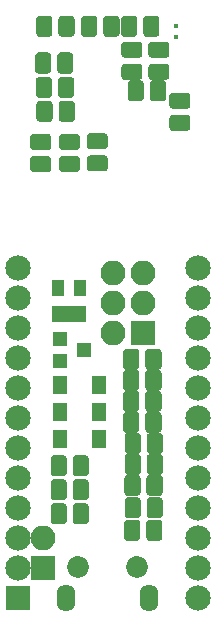
<source format=gbr>
G04 #@! TF.GenerationSoftware,KiCad,Pcbnew,(5.0.0)*
G04 #@! TF.CreationDate,2019-11-08T22:07:10-06:00*
G04 #@! TF.ProjectId,EByte_E73,45427974655F4537332E6B696361645F,rev?*
G04 #@! TF.SameCoordinates,Original*
G04 #@! TF.FileFunction,Soldermask,Bot*
G04 #@! TF.FilePolarity,Negative*
%FSLAX46Y46*%
G04 Gerber Fmt 4.6, Leading zero omitted, Abs format (unit mm)*
G04 Created by KiCad (PCBNEW (5.0.0)) date 11/08/19 22:07:10*
%MOMM*%
%LPD*%
G01*
G04 APERTURE LIST*
%ADD10R,2.152600X2.152600*%
%ADD11C,2.152600*%
%ADD12C,0.402000*%
%ADD13C,1.850000*%
%ADD14O,1.600000X2.300000*%
%ADD15R,1.300000X1.200000*%
%ADD16R,2.100000X2.100000*%
%ADD17O,2.100000X2.100000*%
%ADD18C,0.100000*%
%ADD19C,1.375000*%
%ADD20R,1.300000X1.600000*%
%ADD21R,1.050000X1.460000*%
G04 APERTURE END LIST*
D10*
G04 #@! TO.C,U2*
X101600000Y-152146000D03*
D11*
X101600000Y-149606000D03*
X101600000Y-147066000D03*
X101600000Y-144526000D03*
X101600000Y-141986000D03*
X101600000Y-139446000D03*
X101600000Y-136906000D03*
X101600000Y-134366000D03*
X101600000Y-131826000D03*
X101600000Y-129286000D03*
X101600000Y-126746000D03*
X101600000Y-124206000D03*
X116840000Y-124206000D03*
X116840000Y-126746000D03*
X116840000Y-129286000D03*
X116840000Y-131826000D03*
X116840000Y-134366000D03*
X116840000Y-136906000D03*
X116840000Y-139446000D03*
X116840000Y-141986000D03*
X116840000Y-144526000D03*
X116840000Y-147066000D03*
X116840000Y-149606000D03*
X116840000Y-152146000D03*
G04 #@! TD*
D12*
G04 #@! TO.C,JP2*
X115001040Y-103738260D03*
X115001040Y-104638260D03*
X115001040Y-104638260D03*
X115001040Y-103738260D03*
G04 #@! TD*
D13*
G04 #@! TO.C,J1*
X106669200Y-149508980D03*
X111669200Y-149508980D03*
D14*
X105669200Y-152208980D03*
X112669200Y-152208980D03*
G04 #@! TD*
D15*
G04 #@! TO.C,Q1*
X105172000Y-132141000D03*
X105172000Y-130241000D03*
X107172000Y-131191000D03*
G04 #@! TD*
D16*
G04 #@! TO.C,J3*
X103759000Y-149606000D03*
D17*
X103759000Y-147066000D03*
G04 #@! TD*
D16*
G04 #@! TO.C,J2*
X112229900Y-129715260D03*
D17*
X109689900Y-129715260D03*
X112229900Y-127175260D03*
X109689900Y-127175260D03*
X112229900Y-124635260D03*
X109689900Y-124635260D03*
G04 #@! TD*
D18*
G04 #@! TO.C,C1*
G36*
X104237483Y-110066635D02*
X104270852Y-110071585D01*
X104303575Y-110079782D01*
X104335337Y-110091146D01*
X104365833Y-110105570D01*
X104394767Y-110122912D01*
X104421863Y-110143008D01*
X104446858Y-110165662D01*
X104469512Y-110190657D01*
X104489608Y-110217753D01*
X104506950Y-110246687D01*
X104521374Y-110277183D01*
X104532738Y-110308945D01*
X104540935Y-110341668D01*
X104545885Y-110375037D01*
X104547540Y-110408730D01*
X104547540Y-111521230D01*
X104545885Y-111554923D01*
X104540935Y-111588292D01*
X104532738Y-111621015D01*
X104521374Y-111652777D01*
X104506950Y-111683273D01*
X104489608Y-111712207D01*
X104469512Y-111739303D01*
X104446858Y-111764298D01*
X104421863Y-111786952D01*
X104394767Y-111807048D01*
X104365833Y-111824390D01*
X104335337Y-111838814D01*
X104303575Y-111850178D01*
X104270852Y-111858375D01*
X104237483Y-111863325D01*
X104203790Y-111864980D01*
X103516290Y-111864980D01*
X103482597Y-111863325D01*
X103449228Y-111858375D01*
X103416505Y-111850178D01*
X103384743Y-111838814D01*
X103354247Y-111824390D01*
X103325313Y-111807048D01*
X103298217Y-111786952D01*
X103273222Y-111764298D01*
X103250568Y-111739303D01*
X103230472Y-111712207D01*
X103213130Y-111683273D01*
X103198706Y-111652777D01*
X103187342Y-111621015D01*
X103179145Y-111588292D01*
X103174195Y-111554923D01*
X103172540Y-111521230D01*
X103172540Y-110408730D01*
X103174195Y-110375037D01*
X103179145Y-110341668D01*
X103187342Y-110308945D01*
X103198706Y-110277183D01*
X103213130Y-110246687D01*
X103230472Y-110217753D01*
X103250568Y-110190657D01*
X103273222Y-110165662D01*
X103298217Y-110143008D01*
X103325313Y-110122912D01*
X103354247Y-110105570D01*
X103384743Y-110091146D01*
X103416505Y-110079782D01*
X103449228Y-110071585D01*
X103482597Y-110066635D01*
X103516290Y-110064980D01*
X104203790Y-110064980D01*
X104237483Y-110066635D01*
X104237483Y-110066635D01*
G37*
D19*
X103860040Y-110964980D03*
D18*
G36*
X106112483Y-110066635D02*
X106145852Y-110071585D01*
X106178575Y-110079782D01*
X106210337Y-110091146D01*
X106240833Y-110105570D01*
X106269767Y-110122912D01*
X106296863Y-110143008D01*
X106321858Y-110165662D01*
X106344512Y-110190657D01*
X106364608Y-110217753D01*
X106381950Y-110246687D01*
X106396374Y-110277183D01*
X106407738Y-110308945D01*
X106415935Y-110341668D01*
X106420885Y-110375037D01*
X106422540Y-110408730D01*
X106422540Y-111521230D01*
X106420885Y-111554923D01*
X106415935Y-111588292D01*
X106407738Y-111621015D01*
X106396374Y-111652777D01*
X106381950Y-111683273D01*
X106364608Y-111712207D01*
X106344512Y-111739303D01*
X106321858Y-111764298D01*
X106296863Y-111786952D01*
X106269767Y-111807048D01*
X106240833Y-111824390D01*
X106210337Y-111838814D01*
X106178575Y-111850178D01*
X106145852Y-111858375D01*
X106112483Y-111863325D01*
X106078790Y-111864980D01*
X105391290Y-111864980D01*
X105357597Y-111863325D01*
X105324228Y-111858375D01*
X105291505Y-111850178D01*
X105259743Y-111838814D01*
X105229247Y-111824390D01*
X105200313Y-111807048D01*
X105173217Y-111786952D01*
X105148222Y-111764298D01*
X105125568Y-111739303D01*
X105105472Y-111712207D01*
X105088130Y-111683273D01*
X105073706Y-111652777D01*
X105062342Y-111621015D01*
X105054145Y-111588292D01*
X105049195Y-111554923D01*
X105047540Y-111521230D01*
X105047540Y-110408730D01*
X105049195Y-110375037D01*
X105054145Y-110341668D01*
X105062342Y-110308945D01*
X105073706Y-110277183D01*
X105088130Y-110246687D01*
X105105472Y-110217753D01*
X105125568Y-110190657D01*
X105148222Y-110165662D01*
X105173217Y-110143008D01*
X105200313Y-110122912D01*
X105229247Y-110105570D01*
X105259743Y-110091146D01*
X105291505Y-110079782D01*
X105324228Y-110071585D01*
X105357597Y-110066635D01*
X105391290Y-110064980D01*
X106078790Y-110064980D01*
X106112483Y-110066635D01*
X106112483Y-110066635D01*
G37*
D19*
X105735040Y-110964980D03*
G04 #@! TD*
D18*
G04 #@! TO.C,C2*
G36*
X104184143Y-108032095D02*
X104217512Y-108037045D01*
X104250235Y-108045242D01*
X104281997Y-108056606D01*
X104312493Y-108071030D01*
X104341427Y-108088372D01*
X104368523Y-108108468D01*
X104393518Y-108131122D01*
X104416172Y-108156117D01*
X104436268Y-108183213D01*
X104453610Y-108212147D01*
X104468034Y-108242643D01*
X104479398Y-108274405D01*
X104487595Y-108307128D01*
X104492545Y-108340497D01*
X104494200Y-108374190D01*
X104494200Y-109486690D01*
X104492545Y-109520383D01*
X104487595Y-109553752D01*
X104479398Y-109586475D01*
X104468034Y-109618237D01*
X104453610Y-109648733D01*
X104436268Y-109677667D01*
X104416172Y-109704763D01*
X104393518Y-109729758D01*
X104368523Y-109752412D01*
X104341427Y-109772508D01*
X104312493Y-109789850D01*
X104281997Y-109804274D01*
X104250235Y-109815638D01*
X104217512Y-109823835D01*
X104184143Y-109828785D01*
X104150450Y-109830440D01*
X103462950Y-109830440D01*
X103429257Y-109828785D01*
X103395888Y-109823835D01*
X103363165Y-109815638D01*
X103331403Y-109804274D01*
X103300907Y-109789850D01*
X103271973Y-109772508D01*
X103244877Y-109752412D01*
X103219882Y-109729758D01*
X103197228Y-109704763D01*
X103177132Y-109677667D01*
X103159790Y-109648733D01*
X103145366Y-109618237D01*
X103134002Y-109586475D01*
X103125805Y-109553752D01*
X103120855Y-109520383D01*
X103119200Y-109486690D01*
X103119200Y-108374190D01*
X103120855Y-108340497D01*
X103125805Y-108307128D01*
X103134002Y-108274405D01*
X103145366Y-108242643D01*
X103159790Y-108212147D01*
X103177132Y-108183213D01*
X103197228Y-108156117D01*
X103219882Y-108131122D01*
X103244877Y-108108468D01*
X103271973Y-108088372D01*
X103300907Y-108071030D01*
X103331403Y-108056606D01*
X103363165Y-108045242D01*
X103395888Y-108037045D01*
X103429257Y-108032095D01*
X103462950Y-108030440D01*
X104150450Y-108030440D01*
X104184143Y-108032095D01*
X104184143Y-108032095D01*
G37*
D19*
X103806700Y-108930440D03*
D18*
G36*
X106059143Y-108032095D02*
X106092512Y-108037045D01*
X106125235Y-108045242D01*
X106156997Y-108056606D01*
X106187493Y-108071030D01*
X106216427Y-108088372D01*
X106243523Y-108108468D01*
X106268518Y-108131122D01*
X106291172Y-108156117D01*
X106311268Y-108183213D01*
X106328610Y-108212147D01*
X106343034Y-108242643D01*
X106354398Y-108274405D01*
X106362595Y-108307128D01*
X106367545Y-108340497D01*
X106369200Y-108374190D01*
X106369200Y-109486690D01*
X106367545Y-109520383D01*
X106362595Y-109553752D01*
X106354398Y-109586475D01*
X106343034Y-109618237D01*
X106328610Y-109648733D01*
X106311268Y-109677667D01*
X106291172Y-109704763D01*
X106268518Y-109729758D01*
X106243523Y-109752412D01*
X106216427Y-109772508D01*
X106187493Y-109789850D01*
X106156997Y-109804274D01*
X106125235Y-109815638D01*
X106092512Y-109823835D01*
X106059143Y-109828785D01*
X106025450Y-109830440D01*
X105337950Y-109830440D01*
X105304257Y-109828785D01*
X105270888Y-109823835D01*
X105238165Y-109815638D01*
X105206403Y-109804274D01*
X105175907Y-109789850D01*
X105146973Y-109772508D01*
X105119877Y-109752412D01*
X105094882Y-109729758D01*
X105072228Y-109704763D01*
X105052132Y-109677667D01*
X105034790Y-109648733D01*
X105020366Y-109618237D01*
X105009002Y-109586475D01*
X105000805Y-109553752D01*
X104995855Y-109520383D01*
X104994200Y-109486690D01*
X104994200Y-108374190D01*
X104995855Y-108340497D01*
X105000805Y-108307128D01*
X105009002Y-108274405D01*
X105020366Y-108242643D01*
X105034790Y-108212147D01*
X105052132Y-108183213D01*
X105072228Y-108156117D01*
X105094882Y-108131122D01*
X105119877Y-108108468D01*
X105146973Y-108088372D01*
X105175907Y-108071030D01*
X105206403Y-108056606D01*
X105238165Y-108045242D01*
X105270888Y-108037045D01*
X105304257Y-108032095D01*
X105337950Y-108030440D01*
X106025450Y-108030440D01*
X106059143Y-108032095D01*
X106059143Y-108032095D01*
G37*
D19*
X105681700Y-108930440D03*
G04 #@! TD*
D18*
G04 #@! TO.C,C3*
G36*
X106566363Y-112866835D02*
X106599732Y-112871785D01*
X106632455Y-112879982D01*
X106664217Y-112891346D01*
X106694713Y-112905770D01*
X106723647Y-112923112D01*
X106750743Y-112943208D01*
X106775738Y-112965862D01*
X106798392Y-112990857D01*
X106818488Y-113017953D01*
X106835830Y-113046887D01*
X106850254Y-113077383D01*
X106861618Y-113109145D01*
X106869815Y-113141868D01*
X106874765Y-113175237D01*
X106876420Y-113208930D01*
X106876420Y-113896430D01*
X106874765Y-113930123D01*
X106869815Y-113963492D01*
X106861618Y-113996215D01*
X106850254Y-114027977D01*
X106835830Y-114058473D01*
X106818488Y-114087407D01*
X106798392Y-114114503D01*
X106775738Y-114139498D01*
X106750743Y-114162152D01*
X106723647Y-114182248D01*
X106694713Y-114199590D01*
X106664217Y-114214014D01*
X106632455Y-114225378D01*
X106599732Y-114233575D01*
X106566363Y-114238525D01*
X106532670Y-114240180D01*
X105420170Y-114240180D01*
X105386477Y-114238525D01*
X105353108Y-114233575D01*
X105320385Y-114225378D01*
X105288623Y-114214014D01*
X105258127Y-114199590D01*
X105229193Y-114182248D01*
X105202097Y-114162152D01*
X105177102Y-114139498D01*
X105154448Y-114114503D01*
X105134352Y-114087407D01*
X105117010Y-114058473D01*
X105102586Y-114027977D01*
X105091222Y-113996215D01*
X105083025Y-113963492D01*
X105078075Y-113930123D01*
X105076420Y-113896430D01*
X105076420Y-113208930D01*
X105078075Y-113175237D01*
X105083025Y-113141868D01*
X105091222Y-113109145D01*
X105102586Y-113077383D01*
X105117010Y-113046887D01*
X105134352Y-113017953D01*
X105154448Y-112990857D01*
X105177102Y-112965862D01*
X105202097Y-112943208D01*
X105229193Y-112923112D01*
X105258127Y-112905770D01*
X105288623Y-112891346D01*
X105320385Y-112879982D01*
X105353108Y-112871785D01*
X105386477Y-112866835D01*
X105420170Y-112865180D01*
X106532670Y-112865180D01*
X106566363Y-112866835D01*
X106566363Y-112866835D01*
G37*
D19*
X105976420Y-113552680D03*
D18*
G36*
X106566363Y-114741835D02*
X106599732Y-114746785D01*
X106632455Y-114754982D01*
X106664217Y-114766346D01*
X106694713Y-114780770D01*
X106723647Y-114798112D01*
X106750743Y-114818208D01*
X106775738Y-114840862D01*
X106798392Y-114865857D01*
X106818488Y-114892953D01*
X106835830Y-114921887D01*
X106850254Y-114952383D01*
X106861618Y-114984145D01*
X106869815Y-115016868D01*
X106874765Y-115050237D01*
X106876420Y-115083930D01*
X106876420Y-115771430D01*
X106874765Y-115805123D01*
X106869815Y-115838492D01*
X106861618Y-115871215D01*
X106850254Y-115902977D01*
X106835830Y-115933473D01*
X106818488Y-115962407D01*
X106798392Y-115989503D01*
X106775738Y-116014498D01*
X106750743Y-116037152D01*
X106723647Y-116057248D01*
X106694713Y-116074590D01*
X106664217Y-116089014D01*
X106632455Y-116100378D01*
X106599732Y-116108575D01*
X106566363Y-116113525D01*
X106532670Y-116115180D01*
X105420170Y-116115180D01*
X105386477Y-116113525D01*
X105353108Y-116108575D01*
X105320385Y-116100378D01*
X105288623Y-116089014D01*
X105258127Y-116074590D01*
X105229193Y-116057248D01*
X105202097Y-116037152D01*
X105177102Y-116014498D01*
X105154448Y-115989503D01*
X105134352Y-115962407D01*
X105117010Y-115933473D01*
X105102586Y-115902977D01*
X105091222Y-115871215D01*
X105083025Y-115838492D01*
X105078075Y-115805123D01*
X105076420Y-115771430D01*
X105076420Y-115083930D01*
X105078075Y-115050237D01*
X105083025Y-115016868D01*
X105091222Y-114984145D01*
X105102586Y-114952383D01*
X105117010Y-114921887D01*
X105134352Y-114892953D01*
X105154448Y-114865857D01*
X105177102Y-114840862D01*
X105202097Y-114818208D01*
X105229193Y-114798112D01*
X105258127Y-114780770D01*
X105288623Y-114766346D01*
X105320385Y-114754982D01*
X105353108Y-114746785D01*
X105386477Y-114741835D01*
X105420170Y-114740180D01*
X106532670Y-114740180D01*
X106566363Y-114741835D01*
X106566363Y-114741835D01*
G37*
D19*
X105976420Y-115427680D03*
G04 #@! TD*
D18*
G04 #@! TO.C,C4*
G36*
X104118103Y-105972155D02*
X104151472Y-105977105D01*
X104184195Y-105985302D01*
X104215957Y-105996666D01*
X104246453Y-106011090D01*
X104275387Y-106028432D01*
X104302483Y-106048528D01*
X104327478Y-106071182D01*
X104350132Y-106096177D01*
X104370228Y-106123273D01*
X104387570Y-106152207D01*
X104401994Y-106182703D01*
X104413358Y-106214465D01*
X104421555Y-106247188D01*
X104426505Y-106280557D01*
X104428160Y-106314250D01*
X104428160Y-107426750D01*
X104426505Y-107460443D01*
X104421555Y-107493812D01*
X104413358Y-107526535D01*
X104401994Y-107558297D01*
X104387570Y-107588793D01*
X104370228Y-107617727D01*
X104350132Y-107644823D01*
X104327478Y-107669818D01*
X104302483Y-107692472D01*
X104275387Y-107712568D01*
X104246453Y-107729910D01*
X104215957Y-107744334D01*
X104184195Y-107755698D01*
X104151472Y-107763895D01*
X104118103Y-107768845D01*
X104084410Y-107770500D01*
X103396910Y-107770500D01*
X103363217Y-107768845D01*
X103329848Y-107763895D01*
X103297125Y-107755698D01*
X103265363Y-107744334D01*
X103234867Y-107729910D01*
X103205933Y-107712568D01*
X103178837Y-107692472D01*
X103153842Y-107669818D01*
X103131188Y-107644823D01*
X103111092Y-107617727D01*
X103093750Y-107588793D01*
X103079326Y-107558297D01*
X103067962Y-107526535D01*
X103059765Y-107493812D01*
X103054815Y-107460443D01*
X103053160Y-107426750D01*
X103053160Y-106314250D01*
X103054815Y-106280557D01*
X103059765Y-106247188D01*
X103067962Y-106214465D01*
X103079326Y-106182703D01*
X103093750Y-106152207D01*
X103111092Y-106123273D01*
X103131188Y-106096177D01*
X103153842Y-106071182D01*
X103178837Y-106048528D01*
X103205933Y-106028432D01*
X103234867Y-106011090D01*
X103265363Y-105996666D01*
X103297125Y-105985302D01*
X103329848Y-105977105D01*
X103363217Y-105972155D01*
X103396910Y-105970500D01*
X104084410Y-105970500D01*
X104118103Y-105972155D01*
X104118103Y-105972155D01*
G37*
D19*
X103740660Y-106870500D03*
D18*
G36*
X105993103Y-105972155D02*
X106026472Y-105977105D01*
X106059195Y-105985302D01*
X106090957Y-105996666D01*
X106121453Y-106011090D01*
X106150387Y-106028432D01*
X106177483Y-106048528D01*
X106202478Y-106071182D01*
X106225132Y-106096177D01*
X106245228Y-106123273D01*
X106262570Y-106152207D01*
X106276994Y-106182703D01*
X106288358Y-106214465D01*
X106296555Y-106247188D01*
X106301505Y-106280557D01*
X106303160Y-106314250D01*
X106303160Y-107426750D01*
X106301505Y-107460443D01*
X106296555Y-107493812D01*
X106288358Y-107526535D01*
X106276994Y-107558297D01*
X106262570Y-107588793D01*
X106245228Y-107617727D01*
X106225132Y-107644823D01*
X106202478Y-107669818D01*
X106177483Y-107692472D01*
X106150387Y-107712568D01*
X106121453Y-107729910D01*
X106090957Y-107744334D01*
X106059195Y-107755698D01*
X106026472Y-107763895D01*
X105993103Y-107768845D01*
X105959410Y-107770500D01*
X105271910Y-107770500D01*
X105238217Y-107768845D01*
X105204848Y-107763895D01*
X105172125Y-107755698D01*
X105140363Y-107744334D01*
X105109867Y-107729910D01*
X105080933Y-107712568D01*
X105053837Y-107692472D01*
X105028842Y-107669818D01*
X105006188Y-107644823D01*
X104986092Y-107617727D01*
X104968750Y-107588793D01*
X104954326Y-107558297D01*
X104942962Y-107526535D01*
X104934765Y-107493812D01*
X104929815Y-107460443D01*
X104928160Y-107426750D01*
X104928160Y-106314250D01*
X104929815Y-106280557D01*
X104934765Y-106247188D01*
X104942962Y-106214465D01*
X104954326Y-106182703D01*
X104968750Y-106152207D01*
X104986092Y-106123273D01*
X105006188Y-106096177D01*
X105028842Y-106071182D01*
X105053837Y-106048528D01*
X105080933Y-106028432D01*
X105109867Y-106011090D01*
X105140363Y-105996666D01*
X105172125Y-105985302D01*
X105204848Y-105977105D01*
X105238217Y-105972155D01*
X105271910Y-105970500D01*
X105959410Y-105970500D01*
X105993103Y-105972155D01*
X105993103Y-105972155D01*
G37*
D19*
X105615660Y-106870500D03*
G04 #@! TD*
D18*
G04 #@! TO.C,C5*
G36*
X113455943Y-132832655D02*
X113489312Y-132837605D01*
X113522035Y-132845802D01*
X113553797Y-132857166D01*
X113584293Y-132871590D01*
X113613227Y-132888932D01*
X113640323Y-132909028D01*
X113665318Y-132931682D01*
X113687972Y-132956677D01*
X113708068Y-132983773D01*
X113725410Y-133012707D01*
X113739834Y-133043203D01*
X113751198Y-133074965D01*
X113759395Y-133107688D01*
X113764345Y-133141057D01*
X113766000Y-133174750D01*
X113766000Y-134287250D01*
X113764345Y-134320943D01*
X113759395Y-134354312D01*
X113751198Y-134387035D01*
X113739834Y-134418797D01*
X113725410Y-134449293D01*
X113708068Y-134478227D01*
X113687972Y-134505323D01*
X113665318Y-134530318D01*
X113640323Y-134552972D01*
X113613227Y-134573068D01*
X113584293Y-134590410D01*
X113553797Y-134604834D01*
X113522035Y-134616198D01*
X113489312Y-134624395D01*
X113455943Y-134629345D01*
X113422250Y-134631000D01*
X112734750Y-134631000D01*
X112701057Y-134629345D01*
X112667688Y-134624395D01*
X112634965Y-134616198D01*
X112603203Y-134604834D01*
X112572707Y-134590410D01*
X112543773Y-134573068D01*
X112516677Y-134552972D01*
X112491682Y-134530318D01*
X112469028Y-134505323D01*
X112448932Y-134478227D01*
X112431590Y-134449293D01*
X112417166Y-134418797D01*
X112405802Y-134387035D01*
X112397605Y-134354312D01*
X112392655Y-134320943D01*
X112391000Y-134287250D01*
X112391000Y-133174750D01*
X112392655Y-133141057D01*
X112397605Y-133107688D01*
X112405802Y-133074965D01*
X112417166Y-133043203D01*
X112431590Y-133012707D01*
X112448932Y-132983773D01*
X112469028Y-132956677D01*
X112491682Y-132931682D01*
X112516677Y-132909028D01*
X112543773Y-132888932D01*
X112572707Y-132871590D01*
X112603203Y-132857166D01*
X112634965Y-132845802D01*
X112667688Y-132837605D01*
X112701057Y-132832655D01*
X112734750Y-132831000D01*
X113422250Y-132831000D01*
X113455943Y-132832655D01*
X113455943Y-132832655D01*
G37*
D19*
X113078500Y-133731000D03*
D18*
G36*
X111580943Y-132832655D02*
X111614312Y-132837605D01*
X111647035Y-132845802D01*
X111678797Y-132857166D01*
X111709293Y-132871590D01*
X111738227Y-132888932D01*
X111765323Y-132909028D01*
X111790318Y-132931682D01*
X111812972Y-132956677D01*
X111833068Y-132983773D01*
X111850410Y-133012707D01*
X111864834Y-133043203D01*
X111876198Y-133074965D01*
X111884395Y-133107688D01*
X111889345Y-133141057D01*
X111891000Y-133174750D01*
X111891000Y-134287250D01*
X111889345Y-134320943D01*
X111884395Y-134354312D01*
X111876198Y-134387035D01*
X111864834Y-134418797D01*
X111850410Y-134449293D01*
X111833068Y-134478227D01*
X111812972Y-134505323D01*
X111790318Y-134530318D01*
X111765323Y-134552972D01*
X111738227Y-134573068D01*
X111709293Y-134590410D01*
X111678797Y-134604834D01*
X111647035Y-134616198D01*
X111614312Y-134624395D01*
X111580943Y-134629345D01*
X111547250Y-134631000D01*
X110859750Y-134631000D01*
X110826057Y-134629345D01*
X110792688Y-134624395D01*
X110759965Y-134616198D01*
X110728203Y-134604834D01*
X110697707Y-134590410D01*
X110668773Y-134573068D01*
X110641677Y-134552972D01*
X110616682Y-134530318D01*
X110594028Y-134505323D01*
X110573932Y-134478227D01*
X110556590Y-134449293D01*
X110542166Y-134418797D01*
X110530802Y-134387035D01*
X110522605Y-134354312D01*
X110517655Y-134320943D01*
X110516000Y-134287250D01*
X110516000Y-133174750D01*
X110517655Y-133141057D01*
X110522605Y-133107688D01*
X110530802Y-133074965D01*
X110542166Y-133043203D01*
X110556590Y-133012707D01*
X110573932Y-132983773D01*
X110594028Y-132956677D01*
X110616682Y-132931682D01*
X110641677Y-132909028D01*
X110668773Y-132888932D01*
X110697707Y-132871590D01*
X110728203Y-132857166D01*
X110759965Y-132845802D01*
X110792688Y-132837605D01*
X110826057Y-132832655D01*
X110859750Y-132831000D01*
X111547250Y-132831000D01*
X111580943Y-132832655D01*
X111580943Y-132832655D01*
G37*
D19*
X111203500Y-133731000D03*
G04 #@! TD*
D18*
G04 #@! TO.C,C6*
G36*
X109899943Y-102860655D02*
X109933312Y-102865605D01*
X109966035Y-102873802D01*
X109997797Y-102885166D01*
X110028293Y-102899590D01*
X110057227Y-102916932D01*
X110084323Y-102937028D01*
X110109318Y-102959682D01*
X110131972Y-102984677D01*
X110152068Y-103011773D01*
X110169410Y-103040707D01*
X110183834Y-103071203D01*
X110195198Y-103102965D01*
X110203395Y-103135688D01*
X110208345Y-103169057D01*
X110210000Y-103202750D01*
X110210000Y-104315250D01*
X110208345Y-104348943D01*
X110203395Y-104382312D01*
X110195198Y-104415035D01*
X110183834Y-104446797D01*
X110169410Y-104477293D01*
X110152068Y-104506227D01*
X110131972Y-104533323D01*
X110109318Y-104558318D01*
X110084323Y-104580972D01*
X110057227Y-104601068D01*
X110028293Y-104618410D01*
X109997797Y-104632834D01*
X109966035Y-104644198D01*
X109933312Y-104652395D01*
X109899943Y-104657345D01*
X109866250Y-104659000D01*
X109178750Y-104659000D01*
X109145057Y-104657345D01*
X109111688Y-104652395D01*
X109078965Y-104644198D01*
X109047203Y-104632834D01*
X109016707Y-104618410D01*
X108987773Y-104601068D01*
X108960677Y-104580972D01*
X108935682Y-104558318D01*
X108913028Y-104533323D01*
X108892932Y-104506227D01*
X108875590Y-104477293D01*
X108861166Y-104446797D01*
X108849802Y-104415035D01*
X108841605Y-104382312D01*
X108836655Y-104348943D01*
X108835000Y-104315250D01*
X108835000Y-103202750D01*
X108836655Y-103169057D01*
X108841605Y-103135688D01*
X108849802Y-103102965D01*
X108861166Y-103071203D01*
X108875590Y-103040707D01*
X108892932Y-103011773D01*
X108913028Y-102984677D01*
X108935682Y-102959682D01*
X108960677Y-102937028D01*
X108987773Y-102916932D01*
X109016707Y-102899590D01*
X109047203Y-102885166D01*
X109078965Y-102873802D01*
X109111688Y-102865605D01*
X109145057Y-102860655D01*
X109178750Y-102859000D01*
X109866250Y-102859000D01*
X109899943Y-102860655D01*
X109899943Y-102860655D01*
G37*
D19*
X109522500Y-103759000D03*
D18*
G36*
X108024943Y-102860655D02*
X108058312Y-102865605D01*
X108091035Y-102873802D01*
X108122797Y-102885166D01*
X108153293Y-102899590D01*
X108182227Y-102916932D01*
X108209323Y-102937028D01*
X108234318Y-102959682D01*
X108256972Y-102984677D01*
X108277068Y-103011773D01*
X108294410Y-103040707D01*
X108308834Y-103071203D01*
X108320198Y-103102965D01*
X108328395Y-103135688D01*
X108333345Y-103169057D01*
X108335000Y-103202750D01*
X108335000Y-104315250D01*
X108333345Y-104348943D01*
X108328395Y-104382312D01*
X108320198Y-104415035D01*
X108308834Y-104446797D01*
X108294410Y-104477293D01*
X108277068Y-104506227D01*
X108256972Y-104533323D01*
X108234318Y-104558318D01*
X108209323Y-104580972D01*
X108182227Y-104601068D01*
X108153293Y-104618410D01*
X108122797Y-104632834D01*
X108091035Y-104644198D01*
X108058312Y-104652395D01*
X108024943Y-104657345D01*
X107991250Y-104659000D01*
X107303750Y-104659000D01*
X107270057Y-104657345D01*
X107236688Y-104652395D01*
X107203965Y-104644198D01*
X107172203Y-104632834D01*
X107141707Y-104618410D01*
X107112773Y-104601068D01*
X107085677Y-104580972D01*
X107060682Y-104558318D01*
X107038028Y-104533323D01*
X107017932Y-104506227D01*
X107000590Y-104477293D01*
X106986166Y-104446797D01*
X106974802Y-104415035D01*
X106966605Y-104382312D01*
X106961655Y-104348943D01*
X106960000Y-104315250D01*
X106960000Y-103202750D01*
X106961655Y-103169057D01*
X106966605Y-103135688D01*
X106974802Y-103102965D01*
X106986166Y-103071203D01*
X107000590Y-103040707D01*
X107017932Y-103011773D01*
X107038028Y-102984677D01*
X107060682Y-102959682D01*
X107085677Y-102937028D01*
X107112773Y-102916932D01*
X107141707Y-102899590D01*
X107172203Y-102885166D01*
X107203965Y-102873802D01*
X107236688Y-102865605D01*
X107270057Y-102860655D01*
X107303750Y-102859000D01*
X107991250Y-102859000D01*
X108024943Y-102860655D01*
X108024943Y-102860655D01*
G37*
D19*
X107647500Y-103759000D03*
G04 #@! TD*
D18*
G04 #@! TO.C,C7*
G36*
X111580943Y-131054655D02*
X111614312Y-131059605D01*
X111647035Y-131067802D01*
X111678797Y-131079166D01*
X111709293Y-131093590D01*
X111738227Y-131110932D01*
X111765323Y-131131028D01*
X111790318Y-131153682D01*
X111812972Y-131178677D01*
X111833068Y-131205773D01*
X111850410Y-131234707D01*
X111864834Y-131265203D01*
X111876198Y-131296965D01*
X111884395Y-131329688D01*
X111889345Y-131363057D01*
X111891000Y-131396750D01*
X111891000Y-132509250D01*
X111889345Y-132542943D01*
X111884395Y-132576312D01*
X111876198Y-132609035D01*
X111864834Y-132640797D01*
X111850410Y-132671293D01*
X111833068Y-132700227D01*
X111812972Y-132727323D01*
X111790318Y-132752318D01*
X111765323Y-132774972D01*
X111738227Y-132795068D01*
X111709293Y-132812410D01*
X111678797Y-132826834D01*
X111647035Y-132838198D01*
X111614312Y-132846395D01*
X111580943Y-132851345D01*
X111547250Y-132853000D01*
X110859750Y-132853000D01*
X110826057Y-132851345D01*
X110792688Y-132846395D01*
X110759965Y-132838198D01*
X110728203Y-132826834D01*
X110697707Y-132812410D01*
X110668773Y-132795068D01*
X110641677Y-132774972D01*
X110616682Y-132752318D01*
X110594028Y-132727323D01*
X110573932Y-132700227D01*
X110556590Y-132671293D01*
X110542166Y-132640797D01*
X110530802Y-132609035D01*
X110522605Y-132576312D01*
X110517655Y-132542943D01*
X110516000Y-132509250D01*
X110516000Y-131396750D01*
X110517655Y-131363057D01*
X110522605Y-131329688D01*
X110530802Y-131296965D01*
X110542166Y-131265203D01*
X110556590Y-131234707D01*
X110573932Y-131205773D01*
X110594028Y-131178677D01*
X110616682Y-131153682D01*
X110641677Y-131131028D01*
X110668773Y-131110932D01*
X110697707Y-131093590D01*
X110728203Y-131079166D01*
X110759965Y-131067802D01*
X110792688Y-131059605D01*
X110826057Y-131054655D01*
X110859750Y-131053000D01*
X111547250Y-131053000D01*
X111580943Y-131054655D01*
X111580943Y-131054655D01*
G37*
D19*
X111203500Y-131953000D03*
D18*
G36*
X113455943Y-131054655D02*
X113489312Y-131059605D01*
X113522035Y-131067802D01*
X113553797Y-131079166D01*
X113584293Y-131093590D01*
X113613227Y-131110932D01*
X113640323Y-131131028D01*
X113665318Y-131153682D01*
X113687972Y-131178677D01*
X113708068Y-131205773D01*
X113725410Y-131234707D01*
X113739834Y-131265203D01*
X113751198Y-131296965D01*
X113759395Y-131329688D01*
X113764345Y-131363057D01*
X113766000Y-131396750D01*
X113766000Y-132509250D01*
X113764345Y-132542943D01*
X113759395Y-132576312D01*
X113751198Y-132609035D01*
X113739834Y-132640797D01*
X113725410Y-132671293D01*
X113708068Y-132700227D01*
X113687972Y-132727323D01*
X113665318Y-132752318D01*
X113640323Y-132774972D01*
X113613227Y-132795068D01*
X113584293Y-132812410D01*
X113553797Y-132826834D01*
X113522035Y-132838198D01*
X113489312Y-132846395D01*
X113455943Y-132851345D01*
X113422250Y-132853000D01*
X112734750Y-132853000D01*
X112701057Y-132851345D01*
X112667688Y-132846395D01*
X112634965Y-132838198D01*
X112603203Y-132826834D01*
X112572707Y-132812410D01*
X112543773Y-132795068D01*
X112516677Y-132774972D01*
X112491682Y-132752318D01*
X112469028Y-132727323D01*
X112448932Y-132700227D01*
X112431590Y-132671293D01*
X112417166Y-132640797D01*
X112405802Y-132609035D01*
X112397605Y-132576312D01*
X112392655Y-132542943D01*
X112391000Y-132509250D01*
X112391000Y-131396750D01*
X112392655Y-131363057D01*
X112397605Y-131329688D01*
X112405802Y-131296965D01*
X112417166Y-131265203D01*
X112431590Y-131234707D01*
X112448932Y-131205773D01*
X112469028Y-131178677D01*
X112491682Y-131153682D01*
X112516677Y-131131028D01*
X112543773Y-131110932D01*
X112572707Y-131093590D01*
X112603203Y-131079166D01*
X112634965Y-131067802D01*
X112667688Y-131059605D01*
X112701057Y-131054655D01*
X112734750Y-131053000D01*
X113422250Y-131053000D01*
X113455943Y-131054655D01*
X113455943Y-131054655D01*
G37*
D19*
X113078500Y-131953000D03*
G04 #@! TD*
D18*
G04 #@! TO.C,C8*
G36*
X113569923Y-143627655D02*
X113603292Y-143632605D01*
X113636015Y-143640802D01*
X113667777Y-143652166D01*
X113698273Y-143666590D01*
X113727207Y-143683932D01*
X113754303Y-143704028D01*
X113779298Y-143726682D01*
X113801952Y-143751677D01*
X113822048Y-143778773D01*
X113839390Y-143807707D01*
X113853814Y-143838203D01*
X113865178Y-143869965D01*
X113873375Y-143902688D01*
X113878325Y-143936057D01*
X113879980Y-143969750D01*
X113879980Y-145082250D01*
X113878325Y-145115943D01*
X113873375Y-145149312D01*
X113865178Y-145182035D01*
X113853814Y-145213797D01*
X113839390Y-145244293D01*
X113822048Y-145273227D01*
X113801952Y-145300323D01*
X113779298Y-145325318D01*
X113754303Y-145347972D01*
X113727207Y-145368068D01*
X113698273Y-145385410D01*
X113667777Y-145399834D01*
X113636015Y-145411198D01*
X113603292Y-145419395D01*
X113569923Y-145424345D01*
X113536230Y-145426000D01*
X112848730Y-145426000D01*
X112815037Y-145424345D01*
X112781668Y-145419395D01*
X112748945Y-145411198D01*
X112717183Y-145399834D01*
X112686687Y-145385410D01*
X112657753Y-145368068D01*
X112630657Y-145347972D01*
X112605662Y-145325318D01*
X112583008Y-145300323D01*
X112562912Y-145273227D01*
X112545570Y-145244293D01*
X112531146Y-145213797D01*
X112519782Y-145182035D01*
X112511585Y-145149312D01*
X112506635Y-145115943D01*
X112504980Y-145082250D01*
X112504980Y-143969750D01*
X112506635Y-143936057D01*
X112511585Y-143902688D01*
X112519782Y-143869965D01*
X112531146Y-143838203D01*
X112545570Y-143807707D01*
X112562912Y-143778773D01*
X112583008Y-143751677D01*
X112605662Y-143726682D01*
X112630657Y-143704028D01*
X112657753Y-143683932D01*
X112686687Y-143666590D01*
X112717183Y-143652166D01*
X112748945Y-143640802D01*
X112781668Y-143632605D01*
X112815037Y-143627655D01*
X112848730Y-143626000D01*
X113536230Y-143626000D01*
X113569923Y-143627655D01*
X113569923Y-143627655D01*
G37*
D19*
X113192480Y-144526000D03*
D18*
G36*
X111694923Y-143627655D02*
X111728292Y-143632605D01*
X111761015Y-143640802D01*
X111792777Y-143652166D01*
X111823273Y-143666590D01*
X111852207Y-143683932D01*
X111879303Y-143704028D01*
X111904298Y-143726682D01*
X111926952Y-143751677D01*
X111947048Y-143778773D01*
X111964390Y-143807707D01*
X111978814Y-143838203D01*
X111990178Y-143869965D01*
X111998375Y-143902688D01*
X112003325Y-143936057D01*
X112004980Y-143969750D01*
X112004980Y-145082250D01*
X112003325Y-145115943D01*
X111998375Y-145149312D01*
X111990178Y-145182035D01*
X111978814Y-145213797D01*
X111964390Y-145244293D01*
X111947048Y-145273227D01*
X111926952Y-145300323D01*
X111904298Y-145325318D01*
X111879303Y-145347972D01*
X111852207Y-145368068D01*
X111823273Y-145385410D01*
X111792777Y-145399834D01*
X111761015Y-145411198D01*
X111728292Y-145419395D01*
X111694923Y-145424345D01*
X111661230Y-145426000D01*
X110973730Y-145426000D01*
X110940037Y-145424345D01*
X110906668Y-145419395D01*
X110873945Y-145411198D01*
X110842183Y-145399834D01*
X110811687Y-145385410D01*
X110782753Y-145368068D01*
X110755657Y-145347972D01*
X110730662Y-145325318D01*
X110708008Y-145300323D01*
X110687912Y-145273227D01*
X110670570Y-145244293D01*
X110656146Y-145213797D01*
X110644782Y-145182035D01*
X110636585Y-145149312D01*
X110631635Y-145115943D01*
X110629980Y-145082250D01*
X110629980Y-143969750D01*
X110631635Y-143936057D01*
X110636585Y-143902688D01*
X110644782Y-143869965D01*
X110656146Y-143838203D01*
X110670570Y-143807707D01*
X110687912Y-143778773D01*
X110708008Y-143751677D01*
X110730662Y-143726682D01*
X110755657Y-143704028D01*
X110782753Y-143683932D01*
X110811687Y-143666590D01*
X110842183Y-143652166D01*
X110873945Y-143640802D01*
X110906668Y-143632605D01*
X110940037Y-143627655D01*
X110973730Y-143626000D01*
X111661230Y-143626000D01*
X111694923Y-143627655D01*
X111694923Y-143627655D01*
G37*
D19*
X111317480Y-144526000D03*
G04 #@! TD*
D18*
G04 #@! TO.C,C9*
G36*
X107311443Y-142103655D02*
X107344812Y-142108605D01*
X107377535Y-142116802D01*
X107409297Y-142128166D01*
X107439793Y-142142590D01*
X107468727Y-142159932D01*
X107495823Y-142180028D01*
X107520818Y-142202682D01*
X107543472Y-142227677D01*
X107563568Y-142254773D01*
X107580910Y-142283707D01*
X107595334Y-142314203D01*
X107606698Y-142345965D01*
X107614895Y-142378688D01*
X107619845Y-142412057D01*
X107621500Y-142445750D01*
X107621500Y-143558250D01*
X107619845Y-143591943D01*
X107614895Y-143625312D01*
X107606698Y-143658035D01*
X107595334Y-143689797D01*
X107580910Y-143720293D01*
X107563568Y-143749227D01*
X107543472Y-143776323D01*
X107520818Y-143801318D01*
X107495823Y-143823972D01*
X107468727Y-143844068D01*
X107439793Y-143861410D01*
X107409297Y-143875834D01*
X107377535Y-143887198D01*
X107344812Y-143895395D01*
X107311443Y-143900345D01*
X107277750Y-143902000D01*
X106590250Y-143902000D01*
X106556557Y-143900345D01*
X106523188Y-143895395D01*
X106490465Y-143887198D01*
X106458703Y-143875834D01*
X106428207Y-143861410D01*
X106399273Y-143844068D01*
X106372177Y-143823972D01*
X106347182Y-143801318D01*
X106324528Y-143776323D01*
X106304432Y-143749227D01*
X106287090Y-143720293D01*
X106272666Y-143689797D01*
X106261302Y-143658035D01*
X106253105Y-143625312D01*
X106248155Y-143591943D01*
X106246500Y-143558250D01*
X106246500Y-142445750D01*
X106248155Y-142412057D01*
X106253105Y-142378688D01*
X106261302Y-142345965D01*
X106272666Y-142314203D01*
X106287090Y-142283707D01*
X106304432Y-142254773D01*
X106324528Y-142227677D01*
X106347182Y-142202682D01*
X106372177Y-142180028D01*
X106399273Y-142159932D01*
X106428207Y-142142590D01*
X106458703Y-142128166D01*
X106490465Y-142116802D01*
X106523188Y-142108605D01*
X106556557Y-142103655D01*
X106590250Y-142102000D01*
X107277750Y-142102000D01*
X107311443Y-142103655D01*
X107311443Y-142103655D01*
G37*
D19*
X106934000Y-143002000D03*
D18*
G36*
X105436443Y-142103655D02*
X105469812Y-142108605D01*
X105502535Y-142116802D01*
X105534297Y-142128166D01*
X105564793Y-142142590D01*
X105593727Y-142159932D01*
X105620823Y-142180028D01*
X105645818Y-142202682D01*
X105668472Y-142227677D01*
X105688568Y-142254773D01*
X105705910Y-142283707D01*
X105720334Y-142314203D01*
X105731698Y-142345965D01*
X105739895Y-142378688D01*
X105744845Y-142412057D01*
X105746500Y-142445750D01*
X105746500Y-143558250D01*
X105744845Y-143591943D01*
X105739895Y-143625312D01*
X105731698Y-143658035D01*
X105720334Y-143689797D01*
X105705910Y-143720293D01*
X105688568Y-143749227D01*
X105668472Y-143776323D01*
X105645818Y-143801318D01*
X105620823Y-143823972D01*
X105593727Y-143844068D01*
X105564793Y-143861410D01*
X105534297Y-143875834D01*
X105502535Y-143887198D01*
X105469812Y-143895395D01*
X105436443Y-143900345D01*
X105402750Y-143902000D01*
X104715250Y-143902000D01*
X104681557Y-143900345D01*
X104648188Y-143895395D01*
X104615465Y-143887198D01*
X104583703Y-143875834D01*
X104553207Y-143861410D01*
X104524273Y-143844068D01*
X104497177Y-143823972D01*
X104472182Y-143801318D01*
X104449528Y-143776323D01*
X104429432Y-143749227D01*
X104412090Y-143720293D01*
X104397666Y-143689797D01*
X104386302Y-143658035D01*
X104378105Y-143625312D01*
X104373155Y-143591943D01*
X104371500Y-143558250D01*
X104371500Y-142445750D01*
X104373155Y-142412057D01*
X104378105Y-142378688D01*
X104386302Y-142345965D01*
X104397666Y-142314203D01*
X104412090Y-142283707D01*
X104429432Y-142254773D01*
X104449528Y-142227677D01*
X104472182Y-142202682D01*
X104497177Y-142180028D01*
X104524273Y-142159932D01*
X104553207Y-142142590D01*
X104583703Y-142128166D01*
X104615465Y-142116802D01*
X104648188Y-142108605D01*
X104681557Y-142103655D01*
X104715250Y-142102000D01*
X105402750Y-142102000D01*
X105436443Y-142103655D01*
X105436443Y-142103655D01*
G37*
D19*
X105059000Y-143002000D03*
G04 #@! TD*
D18*
G04 #@! TO.C,C10*
G36*
X113534443Y-145532655D02*
X113567812Y-145537605D01*
X113600535Y-145545802D01*
X113632297Y-145557166D01*
X113662793Y-145571590D01*
X113691727Y-145588932D01*
X113718823Y-145609028D01*
X113743818Y-145631682D01*
X113766472Y-145656677D01*
X113786568Y-145683773D01*
X113803910Y-145712707D01*
X113818334Y-145743203D01*
X113829698Y-145774965D01*
X113837895Y-145807688D01*
X113842845Y-145841057D01*
X113844500Y-145874750D01*
X113844500Y-146987250D01*
X113842845Y-147020943D01*
X113837895Y-147054312D01*
X113829698Y-147087035D01*
X113818334Y-147118797D01*
X113803910Y-147149293D01*
X113786568Y-147178227D01*
X113766472Y-147205323D01*
X113743818Y-147230318D01*
X113718823Y-147252972D01*
X113691727Y-147273068D01*
X113662793Y-147290410D01*
X113632297Y-147304834D01*
X113600535Y-147316198D01*
X113567812Y-147324395D01*
X113534443Y-147329345D01*
X113500750Y-147331000D01*
X112813250Y-147331000D01*
X112779557Y-147329345D01*
X112746188Y-147324395D01*
X112713465Y-147316198D01*
X112681703Y-147304834D01*
X112651207Y-147290410D01*
X112622273Y-147273068D01*
X112595177Y-147252972D01*
X112570182Y-147230318D01*
X112547528Y-147205323D01*
X112527432Y-147178227D01*
X112510090Y-147149293D01*
X112495666Y-147118797D01*
X112484302Y-147087035D01*
X112476105Y-147054312D01*
X112471155Y-147020943D01*
X112469500Y-146987250D01*
X112469500Y-145874750D01*
X112471155Y-145841057D01*
X112476105Y-145807688D01*
X112484302Y-145774965D01*
X112495666Y-145743203D01*
X112510090Y-145712707D01*
X112527432Y-145683773D01*
X112547528Y-145656677D01*
X112570182Y-145631682D01*
X112595177Y-145609028D01*
X112622273Y-145588932D01*
X112651207Y-145571590D01*
X112681703Y-145557166D01*
X112713465Y-145545802D01*
X112746188Y-145537605D01*
X112779557Y-145532655D01*
X112813250Y-145531000D01*
X113500750Y-145531000D01*
X113534443Y-145532655D01*
X113534443Y-145532655D01*
G37*
D19*
X113157000Y-146431000D03*
D18*
G36*
X111659443Y-145532655D02*
X111692812Y-145537605D01*
X111725535Y-145545802D01*
X111757297Y-145557166D01*
X111787793Y-145571590D01*
X111816727Y-145588932D01*
X111843823Y-145609028D01*
X111868818Y-145631682D01*
X111891472Y-145656677D01*
X111911568Y-145683773D01*
X111928910Y-145712707D01*
X111943334Y-145743203D01*
X111954698Y-145774965D01*
X111962895Y-145807688D01*
X111967845Y-145841057D01*
X111969500Y-145874750D01*
X111969500Y-146987250D01*
X111967845Y-147020943D01*
X111962895Y-147054312D01*
X111954698Y-147087035D01*
X111943334Y-147118797D01*
X111928910Y-147149293D01*
X111911568Y-147178227D01*
X111891472Y-147205323D01*
X111868818Y-147230318D01*
X111843823Y-147252972D01*
X111816727Y-147273068D01*
X111787793Y-147290410D01*
X111757297Y-147304834D01*
X111725535Y-147316198D01*
X111692812Y-147324395D01*
X111659443Y-147329345D01*
X111625750Y-147331000D01*
X110938250Y-147331000D01*
X110904557Y-147329345D01*
X110871188Y-147324395D01*
X110838465Y-147316198D01*
X110806703Y-147304834D01*
X110776207Y-147290410D01*
X110747273Y-147273068D01*
X110720177Y-147252972D01*
X110695182Y-147230318D01*
X110672528Y-147205323D01*
X110652432Y-147178227D01*
X110635090Y-147149293D01*
X110620666Y-147118797D01*
X110609302Y-147087035D01*
X110601105Y-147054312D01*
X110596155Y-147020943D01*
X110594500Y-146987250D01*
X110594500Y-145874750D01*
X110596155Y-145841057D01*
X110601105Y-145807688D01*
X110609302Y-145774965D01*
X110620666Y-145743203D01*
X110635090Y-145712707D01*
X110652432Y-145683773D01*
X110672528Y-145656677D01*
X110695182Y-145631682D01*
X110720177Y-145609028D01*
X110747273Y-145588932D01*
X110776207Y-145571590D01*
X110806703Y-145557166D01*
X110838465Y-145545802D01*
X110871188Y-145537605D01*
X110904557Y-145532655D01*
X110938250Y-145531000D01*
X111625750Y-145531000D01*
X111659443Y-145532655D01*
X111659443Y-145532655D01*
G37*
D19*
X111282000Y-146431000D03*
G04 #@! TD*
D18*
G04 #@! TO.C,C11*
G36*
X111707943Y-139944655D02*
X111741312Y-139949605D01*
X111774035Y-139957802D01*
X111805797Y-139969166D01*
X111836293Y-139983590D01*
X111865227Y-140000932D01*
X111892323Y-140021028D01*
X111917318Y-140043682D01*
X111939972Y-140068677D01*
X111960068Y-140095773D01*
X111977410Y-140124707D01*
X111991834Y-140155203D01*
X112003198Y-140186965D01*
X112011395Y-140219688D01*
X112016345Y-140253057D01*
X112018000Y-140286750D01*
X112018000Y-141399250D01*
X112016345Y-141432943D01*
X112011395Y-141466312D01*
X112003198Y-141499035D01*
X111991834Y-141530797D01*
X111977410Y-141561293D01*
X111960068Y-141590227D01*
X111939972Y-141617323D01*
X111917318Y-141642318D01*
X111892323Y-141664972D01*
X111865227Y-141685068D01*
X111836293Y-141702410D01*
X111805797Y-141716834D01*
X111774035Y-141728198D01*
X111741312Y-141736395D01*
X111707943Y-141741345D01*
X111674250Y-141743000D01*
X110986750Y-141743000D01*
X110953057Y-141741345D01*
X110919688Y-141736395D01*
X110886965Y-141728198D01*
X110855203Y-141716834D01*
X110824707Y-141702410D01*
X110795773Y-141685068D01*
X110768677Y-141664972D01*
X110743682Y-141642318D01*
X110721028Y-141617323D01*
X110700932Y-141590227D01*
X110683590Y-141561293D01*
X110669166Y-141530797D01*
X110657802Y-141499035D01*
X110649605Y-141466312D01*
X110644655Y-141432943D01*
X110643000Y-141399250D01*
X110643000Y-140286750D01*
X110644655Y-140253057D01*
X110649605Y-140219688D01*
X110657802Y-140186965D01*
X110669166Y-140155203D01*
X110683590Y-140124707D01*
X110700932Y-140095773D01*
X110721028Y-140068677D01*
X110743682Y-140043682D01*
X110768677Y-140021028D01*
X110795773Y-140000932D01*
X110824707Y-139983590D01*
X110855203Y-139969166D01*
X110886965Y-139957802D01*
X110919688Y-139949605D01*
X110953057Y-139944655D01*
X110986750Y-139943000D01*
X111674250Y-139943000D01*
X111707943Y-139944655D01*
X111707943Y-139944655D01*
G37*
D19*
X111330500Y-140843000D03*
D18*
G36*
X113582943Y-139944655D02*
X113616312Y-139949605D01*
X113649035Y-139957802D01*
X113680797Y-139969166D01*
X113711293Y-139983590D01*
X113740227Y-140000932D01*
X113767323Y-140021028D01*
X113792318Y-140043682D01*
X113814972Y-140068677D01*
X113835068Y-140095773D01*
X113852410Y-140124707D01*
X113866834Y-140155203D01*
X113878198Y-140186965D01*
X113886395Y-140219688D01*
X113891345Y-140253057D01*
X113893000Y-140286750D01*
X113893000Y-141399250D01*
X113891345Y-141432943D01*
X113886395Y-141466312D01*
X113878198Y-141499035D01*
X113866834Y-141530797D01*
X113852410Y-141561293D01*
X113835068Y-141590227D01*
X113814972Y-141617323D01*
X113792318Y-141642318D01*
X113767323Y-141664972D01*
X113740227Y-141685068D01*
X113711293Y-141702410D01*
X113680797Y-141716834D01*
X113649035Y-141728198D01*
X113616312Y-141736395D01*
X113582943Y-141741345D01*
X113549250Y-141743000D01*
X112861750Y-141743000D01*
X112828057Y-141741345D01*
X112794688Y-141736395D01*
X112761965Y-141728198D01*
X112730203Y-141716834D01*
X112699707Y-141702410D01*
X112670773Y-141685068D01*
X112643677Y-141664972D01*
X112618682Y-141642318D01*
X112596028Y-141617323D01*
X112575932Y-141590227D01*
X112558590Y-141561293D01*
X112544166Y-141530797D01*
X112532802Y-141499035D01*
X112524605Y-141466312D01*
X112519655Y-141432943D01*
X112518000Y-141399250D01*
X112518000Y-140286750D01*
X112519655Y-140253057D01*
X112524605Y-140219688D01*
X112532802Y-140186965D01*
X112544166Y-140155203D01*
X112558590Y-140124707D01*
X112575932Y-140095773D01*
X112596028Y-140068677D01*
X112618682Y-140043682D01*
X112643677Y-140021028D01*
X112670773Y-140000932D01*
X112699707Y-139983590D01*
X112730203Y-139969166D01*
X112761965Y-139957802D01*
X112794688Y-139949605D01*
X112828057Y-139944655D01*
X112861750Y-139943000D01*
X113549250Y-139943000D01*
X113582943Y-139944655D01*
X113582943Y-139944655D01*
G37*
D19*
X113205500Y-140843000D03*
G04 #@! TD*
D18*
G04 #@! TO.C,C12*
G36*
X107311443Y-140071655D02*
X107344812Y-140076605D01*
X107377535Y-140084802D01*
X107409297Y-140096166D01*
X107439793Y-140110590D01*
X107468727Y-140127932D01*
X107495823Y-140148028D01*
X107520818Y-140170682D01*
X107543472Y-140195677D01*
X107563568Y-140222773D01*
X107580910Y-140251707D01*
X107595334Y-140282203D01*
X107606698Y-140313965D01*
X107614895Y-140346688D01*
X107619845Y-140380057D01*
X107621500Y-140413750D01*
X107621500Y-141526250D01*
X107619845Y-141559943D01*
X107614895Y-141593312D01*
X107606698Y-141626035D01*
X107595334Y-141657797D01*
X107580910Y-141688293D01*
X107563568Y-141717227D01*
X107543472Y-141744323D01*
X107520818Y-141769318D01*
X107495823Y-141791972D01*
X107468727Y-141812068D01*
X107439793Y-141829410D01*
X107409297Y-141843834D01*
X107377535Y-141855198D01*
X107344812Y-141863395D01*
X107311443Y-141868345D01*
X107277750Y-141870000D01*
X106590250Y-141870000D01*
X106556557Y-141868345D01*
X106523188Y-141863395D01*
X106490465Y-141855198D01*
X106458703Y-141843834D01*
X106428207Y-141829410D01*
X106399273Y-141812068D01*
X106372177Y-141791972D01*
X106347182Y-141769318D01*
X106324528Y-141744323D01*
X106304432Y-141717227D01*
X106287090Y-141688293D01*
X106272666Y-141657797D01*
X106261302Y-141626035D01*
X106253105Y-141593312D01*
X106248155Y-141559943D01*
X106246500Y-141526250D01*
X106246500Y-140413750D01*
X106248155Y-140380057D01*
X106253105Y-140346688D01*
X106261302Y-140313965D01*
X106272666Y-140282203D01*
X106287090Y-140251707D01*
X106304432Y-140222773D01*
X106324528Y-140195677D01*
X106347182Y-140170682D01*
X106372177Y-140148028D01*
X106399273Y-140127932D01*
X106428207Y-140110590D01*
X106458703Y-140096166D01*
X106490465Y-140084802D01*
X106523188Y-140076605D01*
X106556557Y-140071655D01*
X106590250Y-140070000D01*
X107277750Y-140070000D01*
X107311443Y-140071655D01*
X107311443Y-140071655D01*
G37*
D19*
X106934000Y-140970000D03*
D18*
G36*
X105436443Y-140071655D02*
X105469812Y-140076605D01*
X105502535Y-140084802D01*
X105534297Y-140096166D01*
X105564793Y-140110590D01*
X105593727Y-140127932D01*
X105620823Y-140148028D01*
X105645818Y-140170682D01*
X105668472Y-140195677D01*
X105688568Y-140222773D01*
X105705910Y-140251707D01*
X105720334Y-140282203D01*
X105731698Y-140313965D01*
X105739895Y-140346688D01*
X105744845Y-140380057D01*
X105746500Y-140413750D01*
X105746500Y-141526250D01*
X105744845Y-141559943D01*
X105739895Y-141593312D01*
X105731698Y-141626035D01*
X105720334Y-141657797D01*
X105705910Y-141688293D01*
X105688568Y-141717227D01*
X105668472Y-141744323D01*
X105645818Y-141769318D01*
X105620823Y-141791972D01*
X105593727Y-141812068D01*
X105564793Y-141829410D01*
X105534297Y-141843834D01*
X105502535Y-141855198D01*
X105469812Y-141863395D01*
X105436443Y-141868345D01*
X105402750Y-141870000D01*
X104715250Y-141870000D01*
X104681557Y-141868345D01*
X104648188Y-141863395D01*
X104615465Y-141855198D01*
X104583703Y-141843834D01*
X104553207Y-141829410D01*
X104524273Y-141812068D01*
X104497177Y-141791972D01*
X104472182Y-141769318D01*
X104449528Y-141744323D01*
X104429432Y-141717227D01*
X104412090Y-141688293D01*
X104397666Y-141657797D01*
X104386302Y-141626035D01*
X104378105Y-141593312D01*
X104373155Y-141559943D01*
X104371500Y-141526250D01*
X104371500Y-140413750D01*
X104373155Y-140380057D01*
X104378105Y-140346688D01*
X104386302Y-140313965D01*
X104397666Y-140282203D01*
X104412090Y-140251707D01*
X104429432Y-140222773D01*
X104449528Y-140195677D01*
X104472182Y-140170682D01*
X104497177Y-140148028D01*
X104524273Y-140127932D01*
X104553207Y-140110590D01*
X104583703Y-140096166D01*
X104615465Y-140084802D01*
X104648188Y-140076605D01*
X104681557Y-140071655D01*
X104715250Y-140070000D01*
X105402750Y-140070000D01*
X105436443Y-140071655D01*
X105436443Y-140071655D01*
G37*
D19*
X105059000Y-140970000D03*
G04 #@! TD*
D20*
G04 #@! TO.C,D1*
X108458000Y-134112000D03*
X105158000Y-134112000D03*
G04 #@! TD*
G04 #@! TO.C,D2*
X105157000Y-136398000D03*
X108457000Y-136398000D03*
G04 #@! TD*
G04 #@! TO.C,D3*
X108458000Y-138684000D03*
X105158000Y-138684000D03*
G04 #@! TD*
D18*
G04 #@! TO.C,L1*
G36*
X104127963Y-112867155D02*
X104161332Y-112872105D01*
X104194055Y-112880302D01*
X104225817Y-112891666D01*
X104256313Y-112906090D01*
X104285247Y-112923432D01*
X104312343Y-112943528D01*
X104337338Y-112966182D01*
X104359992Y-112991177D01*
X104380088Y-113018273D01*
X104397430Y-113047207D01*
X104411854Y-113077703D01*
X104423218Y-113109465D01*
X104431415Y-113142188D01*
X104436365Y-113175557D01*
X104438020Y-113209250D01*
X104438020Y-113896750D01*
X104436365Y-113930443D01*
X104431415Y-113963812D01*
X104423218Y-113996535D01*
X104411854Y-114028297D01*
X104397430Y-114058793D01*
X104380088Y-114087727D01*
X104359992Y-114114823D01*
X104337338Y-114139818D01*
X104312343Y-114162472D01*
X104285247Y-114182568D01*
X104256313Y-114199910D01*
X104225817Y-114214334D01*
X104194055Y-114225698D01*
X104161332Y-114233895D01*
X104127963Y-114238845D01*
X104094270Y-114240500D01*
X102981770Y-114240500D01*
X102948077Y-114238845D01*
X102914708Y-114233895D01*
X102881985Y-114225698D01*
X102850223Y-114214334D01*
X102819727Y-114199910D01*
X102790793Y-114182568D01*
X102763697Y-114162472D01*
X102738702Y-114139818D01*
X102716048Y-114114823D01*
X102695952Y-114087727D01*
X102678610Y-114058793D01*
X102664186Y-114028297D01*
X102652822Y-113996535D01*
X102644625Y-113963812D01*
X102639675Y-113930443D01*
X102638020Y-113896750D01*
X102638020Y-113209250D01*
X102639675Y-113175557D01*
X102644625Y-113142188D01*
X102652822Y-113109465D01*
X102664186Y-113077703D01*
X102678610Y-113047207D01*
X102695952Y-113018273D01*
X102716048Y-112991177D01*
X102738702Y-112966182D01*
X102763697Y-112943528D01*
X102790793Y-112923432D01*
X102819727Y-112906090D01*
X102850223Y-112891666D01*
X102881985Y-112880302D01*
X102914708Y-112872105D01*
X102948077Y-112867155D01*
X102981770Y-112865500D01*
X104094270Y-112865500D01*
X104127963Y-112867155D01*
X104127963Y-112867155D01*
G37*
D19*
X103538020Y-113553000D03*
D18*
G36*
X104127963Y-114742155D02*
X104161332Y-114747105D01*
X104194055Y-114755302D01*
X104225817Y-114766666D01*
X104256313Y-114781090D01*
X104285247Y-114798432D01*
X104312343Y-114818528D01*
X104337338Y-114841182D01*
X104359992Y-114866177D01*
X104380088Y-114893273D01*
X104397430Y-114922207D01*
X104411854Y-114952703D01*
X104423218Y-114984465D01*
X104431415Y-115017188D01*
X104436365Y-115050557D01*
X104438020Y-115084250D01*
X104438020Y-115771750D01*
X104436365Y-115805443D01*
X104431415Y-115838812D01*
X104423218Y-115871535D01*
X104411854Y-115903297D01*
X104397430Y-115933793D01*
X104380088Y-115962727D01*
X104359992Y-115989823D01*
X104337338Y-116014818D01*
X104312343Y-116037472D01*
X104285247Y-116057568D01*
X104256313Y-116074910D01*
X104225817Y-116089334D01*
X104194055Y-116100698D01*
X104161332Y-116108895D01*
X104127963Y-116113845D01*
X104094270Y-116115500D01*
X102981770Y-116115500D01*
X102948077Y-116113845D01*
X102914708Y-116108895D01*
X102881985Y-116100698D01*
X102850223Y-116089334D01*
X102819727Y-116074910D01*
X102790793Y-116057568D01*
X102763697Y-116037472D01*
X102738702Y-116014818D01*
X102716048Y-115989823D01*
X102695952Y-115962727D01*
X102678610Y-115933793D01*
X102664186Y-115903297D01*
X102652822Y-115871535D01*
X102644625Y-115838812D01*
X102639675Y-115805443D01*
X102638020Y-115771750D01*
X102638020Y-115084250D01*
X102639675Y-115050557D01*
X102644625Y-115017188D01*
X102652822Y-114984465D01*
X102664186Y-114952703D01*
X102678610Y-114922207D01*
X102695952Y-114893273D01*
X102716048Y-114866177D01*
X102738702Y-114841182D01*
X102763697Y-114818528D01*
X102790793Y-114798432D01*
X102819727Y-114781090D01*
X102850223Y-114766666D01*
X102881985Y-114755302D01*
X102914708Y-114747105D01*
X102948077Y-114742155D01*
X102981770Y-114740500D01*
X104094270Y-114740500D01*
X104127963Y-114742155D01*
X104127963Y-114742155D01*
G37*
D19*
X103538020Y-115428000D03*
G04 #@! TD*
D18*
G04 #@! TO.C,R1*
G36*
X108915864Y-114682476D02*
X108949233Y-114687426D01*
X108981956Y-114695623D01*
X109013718Y-114706987D01*
X109044214Y-114721411D01*
X109073148Y-114738753D01*
X109100244Y-114758849D01*
X109125239Y-114781503D01*
X109147893Y-114806498D01*
X109167989Y-114833594D01*
X109185331Y-114862528D01*
X109199755Y-114893024D01*
X109211119Y-114924786D01*
X109219316Y-114957509D01*
X109224266Y-114990878D01*
X109225921Y-115024571D01*
X109225921Y-115712071D01*
X109224266Y-115745764D01*
X109219316Y-115779133D01*
X109211119Y-115811856D01*
X109199755Y-115843618D01*
X109185331Y-115874114D01*
X109167989Y-115903048D01*
X109147893Y-115930144D01*
X109125239Y-115955139D01*
X109100244Y-115977793D01*
X109073148Y-115997889D01*
X109044214Y-116015231D01*
X109013718Y-116029655D01*
X108981956Y-116041019D01*
X108949233Y-116049216D01*
X108915864Y-116054166D01*
X108882171Y-116055821D01*
X107769671Y-116055821D01*
X107735978Y-116054166D01*
X107702609Y-116049216D01*
X107669886Y-116041019D01*
X107638124Y-116029655D01*
X107607628Y-116015231D01*
X107578694Y-115997889D01*
X107551598Y-115977793D01*
X107526603Y-115955139D01*
X107503949Y-115930144D01*
X107483853Y-115903048D01*
X107466511Y-115874114D01*
X107452087Y-115843618D01*
X107440723Y-115811856D01*
X107432526Y-115779133D01*
X107427576Y-115745764D01*
X107425921Y-115712071D01*
X107425921Y-115024571D01*
X107427576Y-114990878D01*
X107432526Y-114957509D01*
X107440723Y-114924786D01*
X107452087Y-114893024D01*
X107466511Y-114862528D01*
X107483853Y-114833594D01*
X107503949Y-114806498D01*
X107526603Y-114781503D01*
X107551598Y-114758849D01*
X107578694Y-114738753D01*
X107607628Y-114721411D01*
X107638124Y-114706987D01*
X107669886Y-114695623D01*
X107702609Y-114687426D01*
X107735978Y-114682476D01*
X107769671Y-114680821D01*
X108882171Y-114680821D01*
X108915864Y-114682476D01*
X108915864Y-114682476D01*
G37*
D19*
X108325921Y-115368321D03*
D18*
G36*
X108915864Y-112807476D02*
X108949233Y-112812426D01*
X108981956Y-112820623D01*
X109013718Y-112831987D01*
X109044214Y-112846411D01*
X109073148Y-112863753D01*
X109100244Y-112883849D01*
X109125239Y-112906503D01*
X109147893Y-112931498D01*
X109167989Y-112958594D01*
X109185331Y-112987528D01*
X109199755Y-113018024D01*
X109211119Y-113049786D01*
X109219316Y-113082509D01*
X109224266Y-113115878D01*
X109225921Y-113149571D01*
X109225921Y-113837071D01*
X109224266Y-113870764D01*
X109219316Y-113904133D01*
X109211119Y-113936856D01*
X109199755Y-113968618D01*
X109185331Y-113999114D01*
X109167989Y-114028048D01*
X109147893Y-114055144D01*
X109125239Y-114080139D01*
X109100244Y-114102793D01*
X109073148Y-114122889D01*
X109044214Y-114140231D01*
X109013718Y-114154655D01*
X108981956Y-114166019D01*
X108949233Y-114174216D01*
X108915864Y-114179166D01*
X108882171Y-114180821D01*
X107769671Y-114180821D01*
X107735978Y-114179166D01*
X107702609Y-114174216D01*
X107669886Y-114166019D01*
X107638124Y-114154655D01*
X107607628Y-114140231D01*
X107578694Y-114122889D01*
X107551598Y-114102793D01*
X107526603Y-114080139D01*
X107503949Y-114055144D01*
X107483853Y-114028048D01*
X107466511Y-113999114D01*
X107452087Y-113968618D01*
X107440723Y-113936856D01*
X107432526Y-113904133D01*
X107427576Y-113870764D01*
X107425921Y-113837071D01*
X107425921Y-113149571D01*
X107427576Y-113115878D01*
X107432526Y-113082509D01*
X107440723Y-113049786D01*
X107452087Y-113018024D01*
X107466511Y-112987528D01*
X107483853Y-112958594D01*
X107503949Y-112931498D01*
X107526603Y-112906503D01*
X107551598Y-112883849D01*
X107578694Y-112863753D01*
X107607628Y-112846411D01*
X107638124Y-112831987D01*
X107669886Y-112820623D01*
X107702609Y-112812426D01*
X107735978Y-112807476D01*
X107769671Y-112805821D01*
X108882171Y-112805821D01*
X108915864Y-112807476D01*
X108915864Y-112807476D01*
G37*
D19*
X108325921Y-113493321D03*
G04 #@! TD*
D18*
G04 #@! TO.C,R2*
G36*
X111680003Y-141722655D02*
X111713372Y-141727605D01*
X111746095Y-141735802D01*
X111777857Y-141747166D01*
X111808353Y-141761590D01*
X111837287Y-141778932D01*
X111864383Y-141799028D01*
X111889378Y-141821682D01*
X111912032Y-141846677D01*
X111932128Y-141873773D01*
X111949470Y-141902707D01*
X111963894Y-141933203D01*
X111975258Y-141964965D01*
X111983455Y-141997688D01*
X111988405Y-142031057D01*
X111990060Y-142064750D01*
X111990060Y-143177250D01*
X111988405Y-143210943D01*
X111983455Y-143244312D01*
X111975258Y-143277035D01*
X111963894Y-143308797D01*
X111949470Y-143339293D01*
X111932128Y-143368227D01*
X111912032Y-143395323D01*
X111889378Y-143420318D01*
X111864383Y-143442972D01*
X111837287Y-143463068D01*
X111808353Y-143480410D01*
X111777857Y-143494834D01*
X111746095Y-143506198D01*
X111713372Y-143514395D01*
X111680003Y-143519345D01*
X111646310Y-143521000D01*
X110958810Y-143521000D01*
X110925117Y-143519345D01*
X110891748Y-143514395D01*
X110859025Y-143506198D01*
X110827263Y-143494834D01*
X110796767Y-143480410D01*
X110767833Y-143463068D01*
X110740737Y-143442972D01*
X110715742Y-143420318D01*
X110693088Y-143395323D01*
X110672992Y-143368227D01*
X110655650Y-143339293D01*
X110641226Y-143308797D01*
X110629862Y-143277035D01*
X110621665Y-143244312D01*
X110616715Y-143210943D01*
X110615060Y-143177250D01*
X110615060Y-142064750D01*
X110616715Y-142031057D01*
X110621665Y-141997688D01*
X110629862Y-141964965D01*
X110641226Y-141933203D01*
X110655650Y-141902707D01*
X110672992Y-141873773D01*
X110693088Y-141846677D01*
X110715742Y-141821682D01*
X110740737Y-141799028D01*
X110767833Y-141778932D01*
X110796767Y-141761590D01*
X110827263Y-141747166D01*
X110859025Y-141735802D01*
X110891748Y-141727605D01*
X110925117Y-141722655D01*
X110958810Y-141721000D01*
X111646310Y-141721000D01*
X111680003Y-141722655D01*
X111680003Y-141722655D01*
G37*
D19*
X111302560Y-142621000D03*
D18*
G36*
X113555003Y-141722655D02*
X113588372Y-141727605D01*
X113621095Y-141735802D01*
X113652857Y-141747166D01*
X113683353Y-141761590D01*
X113712287Y-141778932D01*
X113739383Y-141799028D01*
X113764378Y-141821682D01*
X113787032Y-141846677D01*
X113807128Y-141873773D01*
X113824470Y-141902707D01*
X113838894Y-141933203D01*
X113850258Y-141964965D01*
X113858455Y-141997688D01*
X113863405Y-142031057D01*
X113865060Y-142064750D01*
X113865060Y-143177250D01*
X113863405Y-143210943D01*
X113858455Y-143244312D01*
X113850258Y-143277035D01*
X113838894Y-143308797D01*
X113824470Y-143339293D01*
X113807128Y-143368227D01*
X113787032Y-143395323D01*
X113764378Y-143420318D01*
X113739383Y-143442972D01*
X113712287Y-143463068D01*
X113683353Y-143480410D01*
X113652857Y-143494834D01*
X113621095Y-143506198D01*
X113588372Y-143514395D01*
X113555003Y-143519345D01*
X113521310Y-143521000D01*
X112833810Y-143521000D01*
X112800117Y-143519345D01*
X112766748Y-143514395D01*
X112734025Y-143506198D01*
X112702263Y-143494834D01*
X112671767Y-143480410D01*
X112642833Y-143463068D01*
X112615737Y-143442972D01*
X112590742Y-143420318D01*
X112568088Y-143395323D01*
X112547992Y-143368227D01*
X112530650Y-143339293D01*
X112516226Y-143308797D01*
X112504862Y-143277035D01*
X112496665Y-143244312D01*
X112491715Y-143210943D01*
X112490060Y-143177250D01*
X112490060Y-142064750D01*
X112491715Y-142031057D01*
X112496665Y-141997688D01*
X112504862Y-141964965D01*
X112516226Y-141933203D01*
X112530650Y-141902707D01*
X112547992Y-141873773D01*
X112568088Y-141846677D01*
X112590742Y-141821682D01*
X112615737Y-141799028D01*
X112642833Y-141778932D01*
X112671767Y-141761590D01*
X112702263Y-141747166D01*
X112734025Y-141735802D01*
X112766748Y-141727605D01*
X112800117Y-141722655D01*
X112833810Y-141721000D01*
X113521310Y-141721000D01*
X113555003Y-141722655D01*
X113555003Y-141722655D01*
G37*
D19*
X113177560Y-142621000D03*
G04 #@! TD*
D18*
G04 #@! TO.C,R3*
G36*
X113455943Y-134610655D02*
X113489312Y-134615605D01*
X113522035Y-134623802D01*
X113553797Y-134635166D01*
X113584293Y-134649590D01*
X113613227Y-134666932D01*
X113640323Y-134687028D01*
X113665318Y-134709682D01*
X113687972Y-134734677D01*
X113708068Y-134761773D01*
X113725410Y-134790707D01*
X113739834Y-134821203D01*
X113751198Y-134852965D01*
X113759395Y-134885688D01*
X113764345Y-134919057D01*
X113766000Y-134952750D01*
X113766000Y-136065250D01*
X113764345Y-136098943D01*
X113759395Y-136132312D01*
X113751198Y-136165035D01*
X113739834Y-136196797D01*
X113725410Y-136227293D01*
X113708068Y-136256227D01*
X113687972Y-136283323D01*
X113665318Y-136308318D01*
X113640323Y-136330972D01*
X113613227Y-136351068D01*
X113584293Y-136368410D01*
X113553797Y-136382834D01*
X113522035Y-136394198D01*
X113489312Y-136402395D01*
X113455943Y-136407345D01*
X113422250Y-136409000D01*
X112734750Y-136409000D01*
X112701057Y-136407345D01*
X112667688Y-136402395D01*
X112634965Y-136394198D01*
X112603203Y-136382834D01*
X112572707Y-136368410D01*
X112543773Y-136351068D01*
X112516677Y-136330972D01*
X112491682Y-136308318D01*
X112469028Y-136283323D01*
X112448932Y-136256227D01*
X112431590Y-136227293D01*
X112417166Y-136196797D01*
X112405802Y-136165035D01*
X112397605Y-136132312D01*
X112392655Y-136098943D01*
X112391000Y-136065250D01*
X112391000Y-134952750D01*
X112392655Y-134919057D01*
X112397605Y-134885688D01*
X112405802Y-134852965D01*
X112417166Y-134821203D01*
X112431590Y-134790707D01*
X112448932Y-134761773D01*
X112469028Y-134734677D01*
X112491682Y-134709682D01*
X112516677Y-134687028D01*
X112543773Y-134666932D01*
X112572707Y-134649590D01*
X112603203Y-134635166D01*
X112634965Y-134623802D01*
X112667688Y-134615605D01*
X112701057Y-134610655D01*
X112734750Y-134609000D01*
X113422250Y-134609000D01*
X113455943Y-134610655D01*
X113455943Y-134610655D01*
G37*
D19*
X113078500Y-135509000D03*
D18*
G36*
X111580943Y-134610655D02*
X111614312Y-134615605D01*
X111647035Y-134623802D01*
X111678797Y-134635166D01*
X111709293Y-134649590D01*
X111738227Y-134666932D01*
X111765323Y-134687028D01*
X111790318Y-134709682D01*
X111812972Y-134734677D01*
X111833068Y-134761773D01*
X111850410Y-134790707D01*
X111864834Y-134821203D01*
X111876198Y-134852965D01*
X111884395Y-134885688D01*
X111889345Y-134919057D01*
X111891000Y-134952750D01*
X111891000Y-136065250D01*
X111889345Y-136098943D01*
X111884395Y-136132312D01*
X111876198Y-136165035D01*
X111864834Y-136196797D01*
X111850410Y-136227293D01*
X111833068Y-136256227D01*
X111812972Y-136283323D01*
X111790318Y-136308318D01*
X111765323Y-136330972D01*
X111738227Y-136351068D01*
X111709293Y-136368410D01*
X111678797Y-136382834D01*
X111647035Y-136394198D01*
X111614312Y-136402395D01*
X111580943Y-136407345D01*
X111547250Y-136409000D01*
X110859750Y-136409000D01*
X110826057Y-136407345D01*
X110792688Y-136402395D01*
X110759965Y-136394198D01*
X110728203Y-136382834D01*
X110697707Y-136368410D01*
X110668773Y-136351068D01*
X110641677Y-136330972D01*
X110616682Y-136308318D01*
X110594028Y-136283323D01*
X110573932Y-136256227D01*
X110556590Y-136227293D01*
X110542166Y-136196797D01*
X110530802Y-136165035D01*
X110522605Y-136132312D01*
X110517655Y-136098943D01*
X110516000Y-136065250D01*
X110516000Y-134952750D01*
X110517655Y-134919057D01*
X110522605Y-134885688D01*
X110530802Y-134852965D01*
X110542166Y-134821203D01*
X110556590Y-134790707D01*
X110573932Y-134761773D01*
X110594028Y-134734677D01*
X110616682Y-134709682D01*
X110641677Y-134687028D01*
X110668773Y-134666932D01*
X110697707Y-134649590D01*
X110728203Y-134635166D01*
X110759965Y-134623802D01*
X110792688Y-134615605D01*
X110826057Y-134610655D01*
X110859750Y-134609000D01*
X111547250Y-134609000D01*
X111580943Y-134610655D01*
X111580943Y-134610655D01*
G37*
D19*
X111203500Y-135509000D03*
G04 #@! TD*
D18*
G04 #@! TO.C,R4*
G36*
X104220023Y-102858115D02*
X104253392Y-102863065D01*
X104286115Y-102871262D01*
X104317877Y-102882626D01*
X104348373Y-102897050D01*
X104377307Y-102914392D01*
X104404403Y-102934488D01*
X104429398Y-102957142D01*
X104452052Y-102982137D01*
X104472148Y-103009233D01*
X104489490Y-103038167D01*
X104503914Y-103068663D01*
X104515278Y-103100425D01*
X104523475Y-103133148D01*
X104528425Y-103166517D01*
X104530080Y-103200210D01*
X104530080Y-104312710D01*
X104528425Y-104346403D01*
X104523475Y-104379772D01*
X104515278Y-104412495D01*
X104503914Y-104444257D01*
X104489490Y-104474753D01*
X104472148Y-104503687D01*
X104452052Y-104530783D01*
X104429398Y-104555778D01*
X104404403Y-104578432D01*
X104377307Y-104598528D01*
X104348373Y-104615870D01*
X104317877Y-104630294D01*
X104286115Y-104641658D01*
X104253392Y-104649855D01*
X104220023Y-104654805D01*
X104186330Y-104656460D01*
X103498830Y-104656460D01*
X103465137Y-104654805D01*
X103431768Y-104649855D01*
X103399045Y-104641658D01*
X103367283Y-104630294D01*
X103336787Y-104615870D01*
X103307853Y-104598528D01*
X103280757Y-104578432D01*
X103255762Y-104555778D01*
X103233108Y-104530783D01*
X103213012Y-104503687D01*
X103195670Y-104474753D01*
X103181246Y-104444257D01*
X103169882Y-104412495D01*
X103161685Y-104379772D01*
X103156735Y-104346403D01*
X103155080Y-104312710D01*
X103155080Y-103200210D01*
X103156735Y-103166517D01*
X103161685Y-103133148D01*
X103169882Y-103100425D01*
X103181246Y-103068663D01*
X103195670Y-103038167D01*
X103213012Y-103009233D01*
X103233108Y-102982137D01*
X103255762Y-102957142D01*
X103280757Y-102934488D01*
X103307853Y-102914392D01*
X103336787Y-102897050D01*
X103367283Y-102882626D01*
X103399045Y-102871262D01*
X103431768Y-102863065D01*
X103465137Y-102858115D01*
X103498830Y-102856460D01*
X104186330Y-102856460D01*
X104220023Y-102858115D01*
X104220023Y-102858115D01*
G37*
D19*
X103842580Y-103756460D03*
D18*
G36*
X106095023Y-102858115D02*
X106128392Y-102863065D01*
X106161115Y-102871262D01*
X106192877Y-102882626D01*
X106223373Y-102897050D01*
X106252307Y-102914392D01*
X106279403Y-102934488D01*
X106304398Y-102957142D01*
X106327052Y-102982137D01*
X106347148Y-103009233D01*
X106364490Y-103038167D01*
X106378914Y-103068663D01*
X106390278Y-103100425D01*
X106398475Y-103133148D01*
X106403425Y-103166517D01*
X106405080Y-103200210D01*
X106405080Y-104312710D01*
X106403425Y-104346403D01*
X106398475Y-104379772D01*
X106390278Y-104412495D01*
X106378914Y-104444257D01*
X106364490Y-104474753D01*
X106347148Y-104503687D01*
X106327052Y-104530783D01*
X106304398Y-104555778D01*
X106279403Y-104578432D01*
X106252307Y-104598528D01*
X106223373Y-104615870D01*
X106192877Y-104630294D01*
X106161115Y-104641658D01*
X106128392Y-104649855D01*
X106095023Y-104654805D01*
X106061330Y-104656460D01*
X105373830Y-104656460D01*
X105340137Y-104654805D01*
X105306768Y-104649855D01*
X105274045Y-104641658D01*
X105242283Y-104630294D01*
X105211787Y-104615870D01*
X105182853Y-104598528D01*
X105155757Y-104578432D01*
X105130762Y-104555778D01*
X105108108Y-104530783D01*
X105088012Y-104503687D01*
X105070670Y-104474753D01*
X105056246Y-104444257D01*
X105044882Y-104412495D01*
X105036685Y-104379772D01*
X105031735Y-104346403D01*
X105030080Y-104312710D01*
X105030080Y-103200210D01*
X105031735Y-103166517D01*
X105036685Y-103133148D01*
X105044882Y-103100425D01*
X105056246Y-103068663D01*
X105070670Y-103038167D01*
X105088012Y-103009233D01*
X105108108Y-102982137D01*
X105130762Y-102957142D01*
X105155757Y-102934488D01*
X105182853Y-102914392D01*
X105211787Y-102897050D01*
X105242283Y-102882626D01*
X105274045Y-102871262D01*
X105306768Y-102863065D01*
X105340137Y-102858115D01*
X105373830Y-102856460D01*
X106061330Y-102856460D01*
X106095023Y-102858115D01*
X106095023Y-102858115D01*
G37*
D19*
X105717580Y-103756460D03*
G04 #@! TD*
D18*
G04 #@! TO.C,R5*
G36*
X111405443Y-102860655D02*
X111438812Y-102865605D01*
X111471535Y-102873802D01*
X111503297Y-102885166D01*
X111533793Y-102899590D01*
X111562727Y-102916932D01*
X111589823Y-102937028D01*
X111614818Y-102959682D01*
X111637472Y-102984677D01*
X111657568Y-103011773D01*
X111674910Y-103040707D01*
X111689334Y-103071203D01*
X111700698Y-103102965D01*
X111708895Y-103135688D01*
X111713845Y-103169057D01*
X111715500Y-103202750D01*
X111715500Y-104315250D01*
X111713845Y-104348943D01*
X111708895Y-104382312D01*
X111700698Y-104415035D01*
X111689334Y-104446797D01*
X111674910Y-104477293D01*
X111657568Y-104506227D01*
X111637472Y-104533323D01*
X111614818Y-104558318D01*
X111589823Y-104580972D01*
X111562727Y-104601068D01*
X111533793Y-104618410D01*
X111503297Y-104632834D01*
X111471535Y-104644198D01*
X111438812Y-104652395D01*
X111405443Y-104657345D01*
X111371750Y-104659000D01*
X110684250Y-104659000D01*
X110650557Y-104657345D01*
X110617188Y-104652395D01*
X110584465Y-104644198D01*
X110552703Y-104632834D01*
X110522207Y-104618410D01*
X110493273Y-104601068D01*
X110466177Y-104580972D01*
X110441182Y-104558318D01*
X110418528Y-104533323D01*
X110398432Y-104506227D01*
X110381090Y-104477293D01*
X110366666Y-104446797D01*
X110355302Y-104415035D01*
X110347105Y-104382312D01*
X110342155Y-104348943D01*
X110340500Y-104315250D01*
X110340500Y-103202750D01*
X110342155Y-103169057D01*
X110347105Y-103135688D01*
X110355302Y-103102965D01*
X110366666Y-103071203D01*
X110381090Y-103040707D01*
X110398432Y-103011773D01*
X110418528Y-102984677D01*
X110441182Y-102959682D01*
X110466177Y-102937028D01*
X110493273Y-102916932D01*
X110522207Y-102899590D01*
X110552703Y-102885166D01*
X110584465Y-102873802D01*
X110617188Y-102865605D01*
X110650557Y-102860655D01*
X110684250Y-102859000D01*
X111371750Y-102859000D01*
X111405443Y-102860655D01*
X111405443Y-102860655D01*
G37*
D19*
X111028000Y-103759000D03*
D18*
G36*
X113280443Y-102860655D02*
X113313812Y-102865605D01*
X113346535Y-102873802D01*
X113378297Y-102885166D01*
X113408793Y-102899590D01*
X113437727Y-102916932D01*
X113464823Y-102937028D01*
X113489818Y-102959682D01*
X113512472Y-102984677D01*
X113532568Y-103011773D01*
X113549910Y-103040707D01*
X113564334Y-103071203D01*
X113575698Y-103102965D01*
X113583895Y-103135688D01*
X113588845Y-103169057D01*
X113590500Y-103202750D01*
X113590500Y-104315250D01*
X113588845Y-104348943D01*
X113583895Y-104382312D01*
X113575698Y-104415035D01*
X113564334Y-104446797D01*
X113549910Y-104477293D01*
X113532568Y-104506227D01*
X113512472Y-104533323D01*
X113489818Y-104558318D01*
X113464823Y-104580972D01*
X113437727Y-104601068D01*
X113408793Y-104618410D01*
X113378297Y-104632834D01*
X113346535Y-104644198D01*
X113313812Y-104652395D01*
X113280443Y-104657345D01*
X113246750Y-104659000D01*
X112559250Y-104659000D01*
X112525557Y-104657345D01*
X112492188Y-104652395D01*
X112459465Y-104644198D01*
X112427703Y-104632834D01*
X112397207Y-104618410D01*
X112368273Y-104601068D01*
X112341177Y-104580972D01*
X112316182Y-104558318D01*
X112293528Y-104533323D01*
X112273432Y-104506227D01*
X112256090Y-104477293D01*
X112241666Y-104446797D01*
X112230302Y-104415035D01*
X112222105Y-104382312D01*
X112217155Y-104348943D01*
X112215500Y-104315250D01*
X112215500Y-103202750D01*
X112217155Y-103169057D01*
X112222105Y-103135688D01*
X112230302Y-103102965D01*
X112241666Y-103071203D01*
X112256090Y-103040707D01*
X112273432Y-103011773D01*
X112293528Y-102984677D01*
X112316182Y-102959682D01*
X112341177Y-102937028D01*
X112368273Y-102916932D01*
X112397207Y-102899590D01*
X112427703Y-102885166D01*
X112459465Y-102873802D01*
X112492188Y-102865605D01*
X112525557Y-102860655D01*
X112559250Y-102859000D01*
X113246750Y-102859000D01*
X113280443Y-102860655D01*
X113280443Y-102860655D01*
G37*
D19*
X112903000Y-103759000D03*
G04 #@! TD*
D18*
G04 #@! TO.C,R6*
G36*
X105436443Y-144135655D02*
X105469812Y-144140605D01*
X105502535Y-144148802D01*
X105534297Y-144160166D01*
X105564793Y-144174590D01*
X105593727Y-144191932D01*
X105620823Y-144212028D01*
X105645818Y-144234682D01*
X105668472Y-144259677D01*
X105688568Y-144286773D01*
X105705910Y-144315707D01*
X105720334Y-144346203D01*
X105731698Y-144377965D01*
X105739895Y-144410688D01*
X105744845Y-144444057D01*
X105746500Y-144477750D01*
X105746500Y-145590250D01*
X105744845Y-145623943D01*
X105739895Y-145657312D01*
X105731698Y-145690035D01*
X105720334Y-145721797D01*
X105705910Y-145752293D01*
X105688568Y-145781227D01*
X105668472Y-145808323D01*
X105645818Y-145833318D01*
X105620823Y-145855972D01*
X105593727Y-145876068D01*
X105564793Y-145893410D01*
X105534297Y-145907834D01*
X105502535Y-145919198D01*
X105469812Y-145927395D01*
X105436443Y-145932345D01*
X105402750Y-145934000D01*
X104715250Y-145934000D01*
X104681557Y-145932345D01*
X104648188Y-145927395D01*
X104615465Y-145919198D01*
X104583703Y-145907834D01*
X104553207Y-145893410D01*
X104524273Y-145876068D01*
X104497177Y-145855972D01*
X104472182Y-145833318D01*
X104449528Y-145808323D01*
X104429432Y-145781227D01*
X104412090Y-145752293D01*
X104397666Y-145721797D01*
X104386302Y-145690035D01*
X104378105Y-145657312D01*
X104373155Y-145623943D01*
X104371500Y-145590250D01*
X104371500Y-144477750D01*
X104373155Y-144444057D01*
X104378105Y-144410688D01*
X104386302Y-144377965D01*
X104397666Y-144346203D01*
X104412090Y-144315707D01*
X104429432Y-144286773D01*
X104449528Y-144259677D01*
X104472182Y-144234682D01*
X104497177Y-144212028D01*
X104524273Y-144191932D01*
X104553207Y-144174590D01*
X104583703Y-144160166D01*
X104615465Y-144148802D01*
X104648188Y-144140605D01*
X104681557Y-144135655D01*
X104715250Y-144134000D01*
X105402750Y-144134000D01*
X105436443Y-144135655D01*
X105436443Y-144135655D01*
G37*
D19*
X105059000Y-145034000D03*
D18*
G36*
X107311443Y-144135655D02*
X107344812Y-144140605D01*
X107377535Y-144148802D01*
X107409297Y-144160166D01*
X107439793Y-144174590D01*
X107468727Y-144191932D01*
X107495823Y-144212028D01*
X107520818Y-144234682D01*
X107543472Y-144259677D01*
X107563568Y-144286773D01*
X107580910Y-144315707D01*
X107595334Y-144346203D01*
X107606698Y-144377965D01*
X107614895Y-144410688D01*
X107619845Y-144444057D01*
X107621500Y-144477750D01*
X107621500Y-145590250D01*
X107619845Y-145623943D01*
X107614895Y-145657312D01*
X107606698Y-145690035D01*
X107595334Y-145721797D01*
X107580910Y-145752293D01*
X107563568Y-145781227D01*
X107543472Y-145808323D01*
X107520818Y-145833318D01*
X107495823Y-145855972D01*
X107468727Y-145876068D01*
X107439793Y-145893410D01*
X107409297Y-145907834D01*
X107377535Y-145919198D01*
X107344812Y-145927395D01*
X107311443Y-145932345D01*
X107277750Y-145934000D01*
X106590250Y-145934000D01*
X106556557Y-145932345D01*
X106523188Y-145927395D01*
X106490465Y-145919198D01*
X106458703Y-145907834D01*
X106428207Y-145893410D01*
X106399273Y-145876068D01*
X106372177Y-145855972D01*
X106347182Y-145833318D01*
X106324528Y-145808323D01*
X106304432Y-145781227D01*
X106287090Y-145752293D01*
X106272666Y-145721797D01*
X106261302Y-145690035D01*
X106253105Y-145657312D01*
X106248155Y-145623943D01*
X106246500Y-145590250D01*
X106246500Y-144477750D01*
X106248155Y-144444057D01*
X106253105Y-144410688D01*
X106261302Y-144377965D01*
X106272666Y-144346203D01*
X106287090Y-144315707D01*
X106304432Y-144286773D01*
X106324528Y-144259677D01*
X106347182Y-144234682D01*
X106372177Y-144212028D01*
X106399273Y-144191932D01*
X106428207Y-144174590D01*
X106458703Y-144160166D01*
X106490465Y-144148802D01*
X106523188Y-144140605D01*
X106556557Y-144135655D01*
X106590250Y-144134000D01*
X107277750Y-144134000D01*
X107311443Y-144135655D01*
X107311443Y-144135655D01*
G37*
D19*
X106934000Y-145034000D03*
G04 #@! TD*
D21*
G04 #@! TO.C,U3*
X106868000Y-128100000D03*
X105918000Y-128100000D03*
X104968000Y-128100000D03*
X104968000Y-125900000D03*
X106868000Y-125900000D03*
G04 #@! TD*
D18*
G04 #@! TO.C,D4*
G36*
X111841943Y-105056655D02*
X111875312Y-105061605D01*
X111908035Y-105069802D01*
X111939797Y-105081166D01*
X111970293Y-105095590D01*
X111999227Y-105112932D01*
X112026323Y-105133028D01*
X112051318Y-105155682D01*
X112073972Y-105180677D01*
X112094068Y-105207773D01*
X112111410Y-105236707D01*
X112125834Y-105267203D01*
X112137198Y-105298965D01*
X112145395Y-105331688D01*
X112150345Y-105365057D01*
X112152000Y-105398750D01*
X112152000Y-106086250D01*
X112150345Y-106119943D01*
X112145395Y-106153312D01*
X112137198Y-106186035D01*
X112125834Y-106217797D01*
X112111410Y-106248293D01*
X112094068Y-106277227D01*
X112073972Y-106304323D01*
X112051318Y-106329318D01*
X112026323Y-106351972D01*
X111999227Y-106372068D01*
X111970293Y-106389410D01*
X111939797Y-106403834D01*
X111908035Y-106415198D01*
X111875312Y-106423395D01*
X111841943Y-106428345D01*
X111808250Y-106430000D01*
X110695750Y-106430000D01*
X110662057Y-106428345D01*
X110628688Y-106423395D01*
X110595965Y-106415198D01*
X110564203Y-106403834D01*
X110533707Y-106389410D01*
X110504773Y-106372068D01*
X110477677Y-106351972D01*
X110452682Y-106329318D01*
X110430028Y-106304323D01*
X110409932Y-106277227D01*
X110392590Y-106248293D01*
X110378166Y-106217797D01*
X110366802Y-106186035D01*
X110358605Y-106153312D01*
X110353655Y-106119943D01*
X110352000Y-106086250D01*
X110352000Y-105398750D01*
X110353655Y-105365057D01*
X110358605Y-105331688D01*
X110366802Y-105298965D01*
X110378166Y-105267203D01*
X110392590Y-105236707D01*
X110409932Y-105207773D01*
X110430028Y-105180677D01*
X110452682Y-105155682D01*
X110477677Y-105133028D01*
X110504773Y-105112932D01*
X110533707Y-105095590D01*
X110564203Y-105081166D01*
X110595965Y-105069802D01*
X110628688Y-105061605D01*
X110662057Y-105056655D01*
X110695750Y-105055000D01*
X111808250Y-105055000D01*
X111841943Y-105056655D01*
X111841943Y-105056655D01*
G37*
D19*
X111252000Y-105742500D03*
D18*
G36*
X111841943Y-106931655D02*
X111875312Y-106936605D01*
X111908035Y-106944802D01*
X111939797Y-106956166D01*
X111970293Y-106970590D01*
X111999227Y-106987932D01*
X112026323Y-107008028D01*
X112051318Y-107030682D01*
X112073972Y-107055677D01*
X112094068Y-107082773D01*
X112111410Y-107111707D01*
X112125834Y-107142203D01*
X112137198Y-107173965D01*
X112145395Y-107206688D01*
X112150345Y-107240057D01*
X112152000Y-107273750D01*
X112152000Y-107961250D01*
X112150345Y-107994943D01*
X112145395Y-108028312D01*
X112137198Y-108061035D01*
X112125834Y-108092797D01*
X112111410Y-108123293D01*
X112094068Y-108152227D01*
X112073972Y-108179323D01*
X112051318Y-108204318D01*
X112026323Y-108226972D01*
X111999227Y-108247068D01*
X111970293Y-108264410D01*
X111939797Y-108278834D01*
X111908035Y-108290198D01*
X111875312Y-108298395D01*
X111841943Y-108303345D01*
X111808250Y-108305000D01*
X110695750Y-108305000D01*
X110662057Y-108303345D01*
X110628688Y-108298395D01*
X110595965Y-108290198D01*
X110564203Y-108278834D01*
X110533707Y-108264410D01*
X110504773Y-108247068D01*
X110477677Y-108226972D01*
X110452682Y-108204318D01*
X110430028Y-108179323D01*
X110409932Y-108152227D01*
X110392590Y-108123293D01*
X110378166Y-108092797D01*
X110366802Y-108061035D01*
X110358605Y-108028312D01*
X110353655Y-107994943D01*
X110352000Y-107961250D01*
X110352000Y-107273750D01*
X110353655Y-107240057D01*
X110358605Y-107206688D01*
X110366802Y-107173965D01*
X110378166Y-107142203D01*
X110392590Y-107111707D01*
X110409932Y-107082773D01*
X110430028Y-107055677D01*
X110452682Y-107030682D01*
X110477677Y-107008028D01*
X110504773Y-106987932D01*
X110533707Y-106970590D01*
X110564203Y-106956166D01*
X110595965Y-106944802D01*
X110628688Y-106936605D01*
X110662057Y-106931655D01*
X110695750Y-106930000D01*
X111808250Y-106930000D01*
X111841943Y-106931655D01*
X111841943Y-106931655D01*
G37*
D19*
X111252000Y-107617500D03*
G04 #@! TD*
D18*
G04 #@! TO.C,D5*
G36*
X114127943Y-106931655D02*
X114161312Y-106936605D01*
X114194035Y-106944802D01*
X114225797Y-106956166D01*
X114256293Y-106970590D01*
X114285227Y-106987932D01*
X114312323Y-107008028D01*
X114337318Y-107030682D01*
X114359972Y-107055677D01*
X114380068Y-107082773D01*
X114397410Y-107111707D01*
X114411834Y-107142203D01*
X114423198Y-107173965D01*
X114431395Y-107206688D01*
X114436345Y-107240057D01*
X114438000Y-107273750D01*
X114438000Y-107961250D01*
X114436345Y-107994943D01*
X114431395Y-108028312D01*
X114423198Y-108061035D01*
X114411834Y-108092797D01*
X114397410Y-108123293D01*
X114380068Y-108152227D01*
X114359972Y-108179323D01*
X114337318Y-108204318D01*
X114312323Y-108226972D01*
X114285227Y-108247068D01*
X114256293Y-108264410D01*
X114225797Y-108278834D01*
X114194035Y-108290198D01*
X114161312Y-108298395D01*
X114127943Y-108303345D01*
X114094250Y-108305000D01*
X112981750Y-108305000D01*
X112948057Y-108303345D01*
X112914688Y-108298395D01*
X112881965Y-108290198D01*
X112850203Y-108278834D01*
X112819707Y-108264410D01*
X112790773Y-108247068D01*
X112763677Y-108226972D01*
X112738682Y-108204318D01*
X112716028Y-108179323D01*
X112695932Y-108152227D01*
X112678590Y-108123293D01*
X112664166Y-108092797D01*
X112652802Y-108061035D01*
X112644605Y-108028312D01*
X112639655Y-107994943D01*
X112638000Y-107961250D01*
X112638000Y-107273750D01*
X112639655Y-107240057D01*
X112644605Y-107206688D01*
X112652802Y-107173965D01*
X112664166Y-107142203D01*
X112678590Y-107111707D01*
X112695932Y-107082773D01*
X112716028Y-107055677D01*
X112738682Y-107030682D01*
X112763677Y-107008028D01*
X112790773Y-106987932D01*
X112819707Y-106970590D01*
X112850203Y-106956166D01*
X112881965Y-106944802D01*
X112914688Y-106936605D01*
X112948057Y-106931655D01*
X112981750Y-106930000D01*
X114094250Y-106930000D01*
X114127943Y-106931655D01*
X114127943Y-106931655D01*
G37*
D19*
X113538000Y-107617500D03*
D18*
G36*
X114127943Y-105056655D02*
X114161312Y-105061605D01*
X114194035Y-105069802D01*
X114225797Y-105081166D01*
X114256293Y-105095590D01*
X114285227Y-105112932D01*
X114312323Y-105133028D01*
X114337318Y-105155682D01*
X114359972Y-105180677D01*
X114380068Y-105207773D01*
X114397410Y-105236707D01*
X114411834Y-105267203D01*
X114423198Y-105298965D01*
X114431395Y-105331688D01*
X114436345Y-105365057D01*
X114438000Y-105398750D01*
X114438000Y-106086250D01*
X114436345Y-106119943D01*
X114431395Y-106153312D01*
X114423198Y-106186035D01*
X114411834Y-106217797D01*
X114397410Y-106248293D01*
X114380068Y-106277227D01*
X114359972Y-106304323D01*
X114337318Y-106329318D01*
X114312323Y-106351972D01*
X114285227Y-106372068D01*
X114256293Y-106389410D01*
X114225797Y-106403834D01*
X114194035Y-106415198D01*
X114161312Y-106423395D01*
X114127943Y-106428345D01*
X114094250Y-106430000D01*
X112981750Y-106430000D01*
X112948057Y-106428345D01*
X112914688Y-106423395D01*
X112881965Y-106415198D01*
X112850203Y-106403834D01*
X112819707Y-106389410D01*
X112790773Y-106372068D01*
X112763677Y-106351972D01*
X112738682Y-106329318D01*
X112716028Y-106304323D01*
X112695932Y-106277227D01*
X112678590Y-106248293D01*
X112664166Y-106217797D01*
X112652802Y-106186035D01*
X112644605Y-106153312D01*
X112639655Y-106119943D01*
X112638000Y-106086250D01*
X112638000Y-105398750D01*
X112639655Y-105365057D01*
X112644605Y-105331688D01*
X112652802Y-105298965D01*
X112664166Y-105267203D01*
X112678590Y-105236707D01*
X112695932Y-105207773D01*
X112716028Y-105180677D01*
X112738682Y-105155682D01*
X112763677Y-105133028D01*
X112790773Y-105112932D01*
X112819707Y-105095590D01*
X112850203Y-105081166D01*
X112881965Y-105069802D01*
X112914688Y-105061605D01*
X112948057Y-105056655D01*
X112981750Y-105055000D01*
X114094250Y-105055000D01*
X114127943Y-105056655D01*
X114127943Y-105056655D01*
G37*
D19*
X113538000Y-105742500D03*
G04 #@! TD*
D18*
G04 #@! TO.C,R8*
G36*
X113836943Y-108321655D02*
X113870312Y-108326605D01*
X113903035Y-108334802D01*
X113934797Y-108346166D01*
X113965293Y-108360590D01*
X113994227Y-108377932D01*
X114021323Y-108398028D01*
X114046318Y-108420682D01*
X114068972Y-108445677D01*
X114089068Y-108472773D01*
X114106410Y-108501707D01*
X114120834Y-108532203D01*
X114132198Y-108563965D01*
X114140395Y-108596688D01*
X114145345Y-108630057D01*
X114147000Y-108663750D01*
X114147000Y-109776250D01*
X114145345Y-109809943D01*
X114140395Y-109843312D01*
X114132198Y-109876035D01*
X114120834Y-109907797D01*
X114106410Y-109938293D01*
X114089068Y-109967227D01*
X114068972Y-109994323D01*
X114046318Y-110019318D01*
X114021323Y-110041972D01*
X113994227Y-110062068D01*
X113965293Y-110079410D01*
X113934797Y-110093834D01*
X113903035Y-110105198D01*
X113870312Y-110113395D01*
X113836943Y-110118345D01*
X113803250Y-110120000D01*
X113115750Y-110120000D01*
X113082057Y-110118345D01*
X113048688Y-110113395D01*
X113015965Y-110105198D01*
X112984203Y-110093834D01*
X112953707Y-110079410D01*
X112924773Y-110062068D01*
X112897677Y-110041972D01*
X112872682Y-110019318D01*
X112850028Y-109994323D01*
X112829932Y-109967227D01*
X112812590Y-109938293D01*
X112798166Y-109907797D01*
X112786802Y-109876035D01*
X112778605Y-109843312D01*
X112773655Y-109809943D01*
X112772000Y-109776250D01*
X112772000Y-108663750D01*
X112773655Y-108630057D01*
X112778605Y-108596688D01*
X112786802Y-108563965D01*
X112798166Y-108532203D01*
X112812590Y-108501707D01*
X112829932Y-108472773D01*
X112850028Y-108445677D01*
X112872682Y-108420682D01*
X112897677Y-108398028D01*
X112924773Y-108377932D01*
X112953707Y-108360590D01*
X112984203Y-108346166D01*
X113015965Y-108334802D01*
X113048688Y-108326605D01*
X113082057Y-108321655D01*
X113115750Y-108320000D01*
X113803250Y-108320000D01*
X113836943Y-108321655D01*
X113836943Y-108321655D01*
G37*
D19*
X113459500Y-109220000D03*
D18*
G36*
X111961943Y-108321655D02*
X111995312Y-108326605D01*
X112028035Y-108334802D01*
X112059797Y-108346166D01*
X112090293Y-108360590D01*
X112119227Y-108377932D01*
X112146323Y-108398028D01*
X112171318Y-108420682D01*
X112193972Y-108445677D01*
X112214068Y-108472773D01*
X112231410Y-108501707D01*
X112245834Y-108532203D01*
X112257198Y-108563965D01*
X112265395Y-108596688D01*
X112270345Y-108630057D01*
X112272000Y-108663750D01*
X112272000Y-109776250D01*
X112270345Y-109809943D01*
X112265395Y-109843312D01*
X112257198Y-109876035D01*
X112245834Y-109907797D01*
X112231410Y-109938293D01*
X112214068Y-109967227D01*
X112193972Y-109994323D01*
X112171318Y-110019318D01*
X112146323Y-110041972D01*
X112119227Y-110062068D01*
X112090293Y-110079410D01*
X112059797Y-110093834D01*
X112028035Y-110105198D01*
X111995312Y-110113395D01*
X111961943Y-110118345D01*
X111928250Y-110120000D01*
X111240750Y-110120000D01*
X111207057Y-110118345D01*
X111173688Y-110113395D01*
X111140965Y-110105198D01*
X111109203Y-110093834D01*
X111078707Y-110079410D01*
X111049773Y-110062068D01*
X111022677Y-110041972D01*
X110997682Y-110019318D01*
X110975028Y-109994323D01*
X110954932Y-109967227D01*
X110937590Y-109938293D01*
X110923166Y-109907797D01*
X110911802Y-109876035D01*
X110903605Y-109843312D01*
X110898655Y-109809943D01*
X110897000Y-109776250D01*
X110897000Y-108663750D01*
X110898655Y-108630057D01*
X110903605Y-108596688D01*
X110911802Y-108563965D01*
X110923166Y-108532203D01*
X110937590Y-108501707D01*
X110954932Y-108472773D01*
X110975028Y-108445677D01*
X110997682Y-108420682D01*
X111022677Y-108398028D01*
X111049773Y-108377932D01*
X111078707Y-108360590D01*
X111109203Y-108346166D01*
X111140965Y-108334802D01*
X111173688Y-108326605D01*
X111207057Y-108321655D01*
X111240750Y-108320000D01*
X111928250Y-108320000D01*
X111961943Y-108321655D01*
X111961943Y-108321655D01*
G37*
D19*
X111584500Y-109220000D03*
G04 #@! TD*
D18*
G04 #@! TO.C,R9*
G36*
X115905943Y-109374655D02*
X115939312Y-109379605D01*
X115972035Y-109387802D01*
X116003797Y-109399166D01*
X116034293Y-109413590D01*
X116063227Y-109430932D01*
X116090323Y-109451028D01*
X116115318Y-109473682D01*
X116137972Y-109498677D01*
X116158068Y-109525773D01*
X116175410Y-109554707D01*
X116189834Y-109585203D01*
X116201198Y-109616965D01*
X116209395Y-109649688D01*
X116214345Y-109683057D01*
X116216000Y-109716750D01*
X116216000Y-110404250D01*
X116214345Y-110437943D01*
X116209395Y-110471312D01*
X116201198Y-110504035D01*
X116189834Y-110535797D01*
X116175410Y-110566293D01*
X116158068Y-110595227D01*
X116137972Y-110622323D01*
X116115318Y-110647318D01*
X116090323Y-110669972D01*
X116063227Y-110690068D01*
X116034293Y-110707410D01*
X116003797Y-110721834D01*
X115972035Y-110733198D01*
X115939312Y-110741395D01*
X115905943Y-110746345D01*
X115872250Y-110748000D01*
X114759750Y-110748000D01*
X114726057Y-110746345D01*
X114692688Y-110741395D01*
X114659965Y-110733198D01*
X114628203Y-110721834D01*
X114597707Y-110707410D01*
X114568773Y-110690068D01*
X114541677Y-110669972D01*
X114516682Y-110647318D01*
X114494028Y-110622323D01*
X114473932Y-110595227D01*
X114456590Y-110566293D01*
X114442166Y-110535797D01*
X114430802Y-110504035D01*
X114422605Y-110471312D01*
X114417655Y-110437943D01*
X114416000Y-110404250D01*
X114416000Y-109716750D01*
X114417655Y-109683057D01*
X114422605Y-109649688D01*
X114430802Y-109616965D01*
X114442166Y-109585203D01*
X114456590Y-109554707D01*
X114473932Y-109525773D01*
X114494028Y-109498677D01*
X114516682Y-109473682D01*
X114541677Y-109451028D01*
X114568773Y-109430932D01*
X114597707Y-109413590D01*
X114628203Y-109399166D01*
X114659965Y-109387802D01*
X114692688Y-109379605D01*
X114726057Y-109374655D01*
X114759750Y-109373000D01*
X115872250Y-109373000D01*
X115905943Y-109374655D01*
X115905943Y-109374655D01*
G37*
D19*
X115316000Y-110060500D03*
D18*
G36*
X115905943Y-111249655D02*
X115939312Y-111254605D01*
X115972035Y-111262802D01*
X116003797Y-111274166D01*
X116034293Y-111288590D01*
X116063227Y-111305932D01*
X116090323Y-111326028D01*
X116115318Y-111348682D01*
X116137972Y-111373677D01*
X116158068Y-111400773D01*
X116175410Y-111429707D01*
X116189834Y-111460203D01*
X116201198Y-111491965D01*
X116209395Y-111524688D01*
X116214345Y-111558057D01*
X116216000Y-111591750D01*
X116216000Y-112279250D01*
X116214345Y-112312943D01*
X116209395Y-112346312D01*
X116201198Y-112379035D01*
X116189834Y-112410797D01*
X116175410Y-112441293D01*
X116158068Y-112470227D01*
X116137972Y-112497323D01*
X116115318Y-112522318D01*
X116090323Y-112544972D01*
X116063227Y-112565068D01*
X116034293Y-112582410D01*
X116003797Y-112596834D01*
X115972035Y-112608198D01*
X115939312Y-112616395D01*
X115905943Y-112621345D01*
X115872250Y-112623000D01*
X114759750Y-112623000D01*
X114726057Y-112621345D01*
X114692688Y-112616395D01*
X114659965Y-112608198D01*
X114628203Y-112596834D01*
X114597707Y-112582410D01*
X114568773Y-112565068D01*
X114541677Y-112544972D01*
X114516682Y-112522318D01*
X114494028Y-112497323D01*
X114473932Y-112470227D01*
X114456590Y-112441293D01*
X114442166Y-112410797D01*
X114430802Y-112379035D01*
X114422605Y-112346312D01*
X114417655Y-112312943D01*
X114416000Y-112279250D01*
X114416000Y-111591750D01*
X114417655Y-111558057D01*
X114422605Y-111524688D01*
X114430802Y-111491965D01*
X114442166Y-111460203D01*
X114456590Y-111429707D01*
X114473932Y-111400773D01*
X114494028Y-111373677D01*
X114516682Y-111348682D01*
X114541677Y-111326028D01*
X114568773Y-111305932D01*
X114597707Y-111288590D01*
X114628203Y-111274166D01*
X114659965Y-111262802D01*
X114692688Y-111254605D01*
X114726057Y-111249655D01*
X114759750Y-111248000D01*
X115872250Y-111248000D01*
X115905943Y-111249655D01*
X115905943Y-111249655D01*
G37*
D19*
X115316000Y-111935500D03*
G04 #@! TD*
D18*
G04 #@! TO.C,D6*
G36*
X111580943Y-136388655D02*
X111614312Y-136393605D01*
X111647035Y-136401802D01*
X111678797Y-136413166D01*
X111709293Y-136427590D01*
X111738227Y-136444932D01*
X111765323Y-136465028D01*
X111790318Y-136487682D01*
X111812972Y-136512677D01*
X111833068Y-136539773D01*
X111850410Y-136568707D01*
X111864834Y-136599203D01*
X111876198Y-136630965D01*
X111884395Y-136663688D01*
X111889345Y-136697057D01*
X111891000Y-136730750D01*
X111891000Y-137843250D01*
X111889345Y-137876943D01*
X111884395Y-137910312D01*
X111876198Y-137943035D01*
X111864834Y-137974797D01*
X111850410Y-138005293D01*
X111833068Y-138034227D01*
X111812972Y-138061323D01*
X111790318Y-138086318D01*
X111765323Y-138108972D01*
X111738227Y-138129068D01*
X111709293Y-138146410D01*
X111678797Y-138160834D01*
X111647035Y-138172198D01*
X111614312Y-138180395D01*
X111580943Y-138185345D01*
X111547250Y-138187000D01*
X110859750Y-138187000D01*
X110826057Y-138185345D01*
X110792688Y-138180395D01*
X110759965Y-138172198D01*
X110728203Y-138160834D01*
X110697707Y-138146410D01*
X110668773Y-138129068D01*
X110641677Y-138108972D01*
X110616682Y-138086318D01*
X110594028Y-138061323D01*
X110573932Y-138034227D01*
X110556590Y-138005293D01*
X110542166Y-137974797D01*
X110530802Y-137943035D01*
X110522605Y-137910312D01*
X110517655Y-137876943D01*
X110516000Y-137843250D01*
X110516000Y-136730750D01*
X110517655Y-136697057D01*
X110522605Y-136663688D01*
X110530802Y-136630965D01*
X110542166Y-136599203D01*
X110556590Y-136568707D01*
X110573932Y-136539773D01*
X110594028Y-136512677D01*
X110616682Y-136487682D01*
X110641677Y-136465028D01*
X110668773Y-136444932D01*
X110697707Y-136427590D01*
X110728203Y-136413166D01*
X110759965Y-136401802D01*
X110792688Y-136393605D01*
X110826057Y-136388655D01*
X110859750Y-136387000D01*
X111547250Y-136387000D01*
X111580943Y-136388655D01*
X111580943Y-136388655D01*
G37*
D19*
X111203500Y-137287000D03*
D18*
G36*
X113455943Y-136388655D02*
X113489312Y-136393605D01*
X113522035Y-136401802D01*
X113553797Y-136413166D01*
X113584293Y-136427590D01*
X113613227Y-136444932D01*
X113640323Y-136465028D01*
X113665318Y-136487682D01*
X113687972Y-136512677D01*
X113708068Y-136539773D01*
X113725410Y-136568707D01*
X113739834Y-136599203D01*
X113751198Y-136630965D01*
X113759395Y-136663688D01*
X113764345Y-136697057D01*
X113766000Y-136730750D01*
X113766000Y-137843250D01*
X113764345Y-137876943D01*
X113759395Y-137910312D01*
X113751198Y-137943035D01*
X113739834Y-137974797D01*
X113725410Y-138005293D01*
X113708068Y-138034227D01*
X113687972Y-138061323D01*
X113665318Y-138086318D01*
X113640323Y-138108972D01*
X113613227Y-138129068D01*
X113584293Y-138146410D01*
X113553797Y-138160834D01*
X113522035Y-138172198D01*
X113489312Y-138180395D01*
X113455943Y-138185345D01*
X113422250Y-138187000D01*
X112734750Y-138187000D01*
X112701057Y-138185345D01*
X112667688Y-138180395D01*
X112634965Y-138172198D01*
X112603203Y-138160834D01*
X112572707Y-138146410D01*
X112543773Y-138129068D01*
X112516677Y-138108972D01*
X112491682Y-138086318D01*
X112469028Y-138061323D01*
X112448932Y-138034227D01*
X112431590Y-138005293D01*
X112417166Y-137974797D01*
X112405802Y-137943035D01*
X112397605Y-137910312D01*
X112392655Y-137876943D01*
X112391000Y-137843250D01*
X112391000Y-136730750D01*
X112392655Y-136697057D01*
X112397605Y-136663688D01*
X112405802Y-136630965D01*
X112417166Y-136599203D01*
X112431590Y-136568707D01*
X112448932Y-136539773D01*
X112469028Y-136512677D01*
X112491682Y-136487682D01*
X112516677Y-136465028D01*
X112543773Y-136444932D01*
X112572707Y-136427590D01*
X112603203Y-136413166D01*
X112634965Y-136401802D01*
X112667688Y-136393605D01*
X112701057Y-136388655D01*
X112734750Y-136387000D01*
X113422250Y-136387000D01*
X113455943Y-136388655D01*
X113455943Y-136388655D01*
G37*
D19*
X113078500Y-137287000D03*
G04 #@! TD*
D18*
G04 #@! TO.C,R10*
G36*
X111707943Y-138166655D02*
X111741312Y-138171605D01*
X111774035Y-138179802D01*
X111805797Y-138191166D01*
X111836293Y-138205590D01*
X111865227Y-138222932D01*
X111892323Y-138243028D01*
X111917318Y-138265682D01*
X111939972Y-138290677D01*
X111960068Y-138317773D01*
X111977410Y-138346707D01*
X111991834Y-138377203D01*
X112003198Y-138408965D01*
X112011395Y-138441688D01*
X112016345Y-138475057D01*
X112018000Y-138508750D01*
X112018000Y-139621250D01*
X112016345Y-139654943D01*
X112011395Y-139688312D01*
X112003198Y-139721035D01*
X111991834Y-139752797D01*
X111977410Y-139783293D01*
X111960068Y-139812227D01*
X111939972Y-139839323D01*
X111917318Y-139864318D01*
X111892323Y-139886972D01*
X111865227Y-139907068D01*
X111836293Y-139924410D01*
X111805797Y-139938834D01*
X111774035Y-139950198D01*
X111741312Y-139958395D01*
X111707943Y-139963345D01*
X111674250Y-139965000D01*
X110986750Y-139965000D01*
X110953057Y-139963345D01*
X110919688Y-139958395D01*
X110886965Y-139950198D01*
X110855203Y-139938834D01*
X110824707Y-139924410D01*
X110795773Y-139907068D01*
X110768677Y-139886972D01*
X110743682Y-139864318D01*
X110721028Y-139839323D01*
X110700932Y-139812227D01*
X110683590Y-139783293D01*
X110669166Y-139752797D01*
X110657802Y-139721035D01*
X110649605Y-139688312D01*
X110644655Y-139654943D01*
X110643000Y-139621250D01*
X110643000Y-138508750D01*
X110644655Y-138475057D01*
X110649605Y-138441688D01*
X110657802Y-138408965D01*
X110669166Y-138377203D01*
X110683590Y-138346707D01*
X110700932Y-138317773D01*
X110721028Y-138290677D01*
X110743682Y-138265682D01*
X110768677Y-138243028D01*
X110795773Y-138222932D01*
X110824707Y-138205590D01*
X110855203Y-138191166D01*
X110886965Y-138179802D01*
X110919688Y-138171605D01*
X110953057Y-138166655D01*
X110986750Y-138165000D01*
X111674250Y-138165000D01*
X111707943Y-138166655D01*
X111707943Y-138166655D01*
G37*
D19*
X111330500Y-139065000D03*
D18*
G36*
X113582943Y-138166655D02*
X113616312Y-138171605D01*
X113649035Y-138179802D01*
X113680797Y-138191166D01*
X113711293Y-138205590D01*
X113740227Y-138222932D01*
X113767323Y-138243028D01*
X113792318Y-138265682D01*
X113814972Y-138290677D01*
X113835068Y-138317773D01*
X113852410Y-138346707D01*
X113866834Y-138377203D01*
X113878198Y-138408965D01*
X113886395Y-138441688D01*
X113891345Y-138475057D01*
X113893000Y-138508750D01*
X113893000Y-139621250D01*
X113891345Y-139654943D01*
X113886395Y-139688312D01*
X113878198Y-139721035D01*
X113866834Y-139752797D01*
X113852410Y-139783293D01*
X113835068Y-139812227D01*
X113814972Y-139839323D01*
X113792318Y-139864318D01*
X113767323Y-139886972D01*
X113740227Y-139907068D01*
X113711293Y-139924410D01*
X113680797Y-139938834D01*
X113649035Y-139950198D01*
X113616312Y-139958395D01*
X113582943Y-139963345D01*
X113549250Y-139965000D01*
X112861750Y-139965000D01*
X112828057Y-139963345D01*
X112794688Y-139958395D01*
X112761965Y-139950198D01*
X112730203Y-139938834D01*
X112699707Y-139924410D01*
X112670773Y-139907068D01*
X112643677Y-139886972D01*
X112618682Y-139864318D01*
X112596028Y-139839323D01*
X112575932Y-139812227D01*
X112558590Y-139783293D01*
X112544166Y-139752797D01*
X112532802Y-139721035D01*
X112524605Y-139688312D01*
X112519655Y-139654943D01*
X112518000Y-139621250D01*
X112518000Y-138508750D01*
X112519655Y-138475057D01*
X112524605Y-138441688D01*
X112532802Y-138408965D01*
X112544166Y-138377203D01*
X112558590Y-138346707D01*
X112575932Y-138317773D01*
X112596028Y-138290677D01*
X112618682Y-138265682D01*
X112643677Y-138243028D01*
X112670773Y-138222932D01*
X112699707Y-138205590D01*
X112730203Y-138191166D01*
X112761965Y-138179802D01*
X112794688Y-138171605D01*
X112828057Y-138166655D01*
X112861750Y-138165000D01*
X113549250Y-138165000D01*
X113582943Y-138166655D01*
X113582943Y-138166655D01*
G37*
D19*
X113205500Y-139065000D03*
G04 #@! TD*
M02*

</source>
